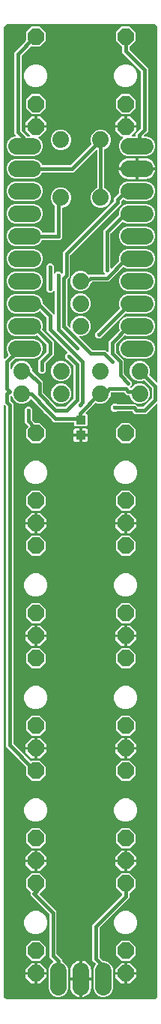
<source format=gtl>
G04 EAGLE Gerber RS-274X export*
G75*
%MOMM*%
%FSLAX34Y34*%
%LPD*%
%INTop Copper*%
%IPPOS*%
%AMOC8*
5,1,8,0,0,1.08239X$1,22.5*%
G01*
%ADD10P,1.979475X8X202.500000*%
%ADD11C,1.879600*%
%ADD12C,1.828800*%
%ADD13R,1.100000X1.000000*%
%ADD14C,0.406400*%
%ADD15C,0.452400*%

G36*
X184181Y90906D02*
X184181Y90906D01*
X184249Y90907D01*
X185178Y91029D01*
X185241Y91048D01*
X185306Y91058D01*
X185382Y91091D01*
X185413Y91101D01*
X185429Y91112D01*
X185459Y91125D01*
X187068Y92054D01*
X187156Y92126D01*
X187247Y92197D01*
X187253Y92205D01*
X187258Y92209D01*
X187270Y92228D01*
X187346Y92332D01*
X188275Y93941D01*
X188298Y94002D01*
X188330Y94059D01*
X188350Y94140D01*
X188362Y94171D01*
X188363Y94190D01*
X188371Y94222D01*
X188493Y95151D01*
X188492Y95182D01*
X188499Y95250D01*
X188499Y763081D01*
X188488Y763152D01*
X188486Y763224D01*
X188468Y763272D01*
X188460Y763324D01*
X188426Y763387D01*
X188401Y763455D01*
X188369Y763495D01*
X188344Y763541D01*
X188292Y763591D01*
X188248Y763647D01*
X188204Y763675D01*
X188166Y763711D01*
X188101Y763741D01*
X188041Y763780D01*
X187990Y763792D01*
X187943Y763814D01*
X187872Y763822D01*
X187802Y763840D01*
X187750Y763836D01*
X187699Y763841D01*
X187628Y763826D01*
X187557Y763820D01*
X187509Y763800D01*
X187458Y763789D01*
X187397Y763752D01*
X187331Y763724D01*
X187275Y763679D01*
X187247Y763663D01*
X187232Y763645D01*
X187200Y763619D01*
X175420Y751839D01*
X162908Y751839D01*
X160083Y754664D01*
X160009Y754717D01*
X159940Y754777D01*
X159910Y754789D01*
X159884Y754808D01*
X159797Y754835D01*
X159712Y754869D01*
X159671Y754873D01*
X159648Y754880D01*
X159616Y754879D01*
X159545Y754887D01*
X142532Y754887D01*
X142442Y754873D01*
X142351Y754865D01*
X142321Y754853D01*
X142290Y754848D01*
X142209Y754805D01*
X142125Y754769D01*
X142093Y754743D01*
X142072Y754732D01*
X142050Y754709D01*
X141994Y754664D01*
X141987Y754657D01*
X138429Y754657D01*
X135913Y757173D01*
X135913Y760731D01*
X138429Y763247D01*
X141987Y763247D01*
X141994Y763240D01*
X142068Y763187D01*
X142137Y763127D01*
X142168Y763115D01*
X142194Y763096D01*
X142281Y763069D01*
X142366Y763035D01*
X142406Y763031D01*
X142429Y763024D01*
X142461Y763025D01*
X142532Y763017D01*
X162784Y763017D01*
X162880Y763032D01*
X162977Y763042D01*
X163001Y763052D01*
X163027Y763056D01*
X163113Y763102D01*
X163202Y763142D01*
X163221Y763159D01*
X163244Y763172D01*
X163311Y763242D01*
X163319Y763250D01*
X163333Y763157D01*
X163340Y763060D01*
X163350Y763036D01*
X163354Y763010D01*
X163399Y762923D01*
X163437Y762834D01*
X163457Y762808D01*
X163466Y762791D01*
X163489Y762768D01*
X163541Y762703D01*
X166053Y760192D01*
X166127Y760139D01*
X166196Y760079D01*
X166226Y760067D01*
X166252Y760048D01*
X166340Y760021D01*
X166424Y759987D01*
X166465Y759983D01*
X166488Y759976D01*
X166520Y759977D01*
X166591Y759969D01*
X171737Y759969D01*
X171827Y759983D01*
X171918Y759991D01*
X171948Y760003D01*
X171980Y760008D01*
X172060Y760051D01*
X172144Y760087D01*
X172176Y760113D01*
X172197Y760124D01*
X172219Y760147D01*
X172275Y760192D01*
X181640Y769557D01*
X181693Y769631D01*
X181753Y769700D01*
X181765Y769730D01*
X181784Y769756D01*
X181811Y769843D01*
X181845Y769928D01*
X181849Y769969D01*
X181856Y769992D01*
X181855Y770024D01*
X181863Y770095D01*
X181863Y781337D01*
X181849Y781427D01*
X181841Y781518D01*
X181829Y781548D01*
X181824Y781580D01*
X181781Y781660D01*
X181745Y781744D01*
X181719Y781776D01*
X181708Y781797D01*
X181685Y781819D01*
X181673Y781835D01*
X181666Y781845D01*
X181660Y781851D01*
X181640Y781875D01*
X173947Y789568D01*
X173852Y789637D01*
X173759Y789706D01*
X173753Y789708D01*
X173748Y789712D01*
X173636Y789746D01*
X173525Y789782D01*
X173518Y789782D01*
X173512Y789784D01*
X173396Y789781D01*
X173279Y789780D01*
X173272Y789778D01*
X173267Y789778D01*
X173249Y789772D01*
X173118Y789733D01*
X170549Y788669D01*
X166001Y788669D01*
X161800Y790410D01*
X158585Y793625D01*
X156844Y797826D01*
X156844Y802374D01*
X158585Y806575D01*
X161800Y809790D01*
X166001Y811531D01*
X170549Y811531D01*
X174750Y809790D01*
X177965Y806575D01*
X179706Y802374D01*
X179706Y797826D01*
X179162Y796515D01*
X179136Y796401D01*
X179107Y796287D01*
X179108Y796281D01*
X179106Y796275D01*
X179117Y796159D01*
X179126Y796042D01*
X179129Y796037D01*
X179129Y796030D01*
X179177Y795923D01*
X179223Y795816D01*
X179227Y795810D01*
X179229Y795806D01*
X179242Y795792D01*
X179327Y795685D01*
X187200Y787813D01*
X187258Y787771D01*
X187310Y787721D01*
X187357Y787699D01*
X187399Y787669D01*
X187468Y787648D01*
X187533Y787618D01*
X187585Y787612D01*
X187635Y787597D01*
X187706Y787599D01*
X187777Y787591D01*
X187828Y787602D01*
X187880Y787603D01*
X187948Y787628D01*
X188018Y787643D01*
X188063Y787670D01*
X188111Y787688D01*
X188167Y787732D01*
X188229Y787769D01*
X188263Y787809D01*
X188303Y787841D01*
X188342Y787902D01*
X188389Y787956D01*
X188408Y788004D01*
X188436Y788048D01*
X188454Y788118D01*
X188481Y788184D01*
X188489Y788256D01*
X188497Y788287D01*
X188495Y788310D01*
X188499Y788351D01*
X188499Y1187450D01*
X188494Y1187481D01*
X188493Y1187549D01*
X188371Y1188478D01*
X188352Y1188541D01*
X188342Y1188606D01*
X188309Y1188682D01*
X188299Y1188713D01*
X188288Y1188729D01*
X188275Y1188759D01*
X187346Y1190368D01*
X187274Y1190456D01*
X187203Y1190547D01*
X187195Y1190553D01*
X187191Y1190558D01*
X187172Y1190570D01*
X187068Y1190646D01*
X185459Y1191575D01*
X185398Y1191598D01*
X185341Y1191630D01*
X185260Y1191650D01*
X185229Y1191662D01*
X185210Y1191663D01*
X185178Y1191671D01*
X184249Y1191793D01*
X184218Y1191792D01*
X184150Y1191799D01*
X19050Y1191799D01*
X19019Y1191794D01*
X18951Y1191793D01*
X18022Y1191671D01*
X17959Y1191652D01*
X17894Y1191642D01*
X17818Y1191609D01*
X17787Y1191599D01*
X17771Y1191588D01*
X17741Y1191575D01*
X16132Y1190646D01*
X16044Y1190574D01*
X15953Y1190503D01*
X15947Y1190495D01*
X15942Y1190491D01*
X15930Y1190472D01*
X15854Y1190368D01*
X14925Y1188759D01*
X14902Y1188698D01*
X14870Y1188641D01*
X14850Y1188560D01*
X14838Y1188529D01*
X14837Y1188510D01*
X14829Y1188478D01*
X14707Y1187549D01*
X14708Y1187518D01*
X14701Y1187450D01*
X14701Y814767D01*
X14712Y814696D01*
X14714Y814624D01*
X14732Y814575D01*
X14740Y814524D01*
X14774Y814461D01*
X14799Y814393D01*
X14831Y814353D01*
X14856Y814307D01*
X14907Y814257D01*
X14952Y814201D01*
X14996Y814173D01*
X15034Y814137D01*
X15099Y814107D01*
X15159Y814068D01*
X15210Y814056D01*
X15257Y814034D01*
X15328Y814026D01*
X15398Y814008D01*
X15450Y814012D01*
X15501Y814007D01*
X15572Y814022D01*
X15643Y814028D01*
X15691Y814048D01*
X15742Y814059D01*
X15803Y814096D01*
X15869Y814124D01*
X15925Y814169D01*
X15953Y814185D01*
X15968Y814203D01*
X16000Y814229D01*
X19672Y817901D01*
X19684Y817917D01*
X19700Y817929D01*
X19756Y818017D01*
X19816Y818101D01*
X19822Y818120D01*
X19833Y818136D01*
X19858Y818237D01*
X19888Y818336D01*
X19888Y818356D01*
X19893Y818375D01*
X19885Y818478D01*
X19882Y818581D01*
X19875Y818600D01*
X19874Y818620D01*
X19833Y818715D01*
X19797Y818812D01*
X19785Y818828D01*
X19777Y818846D01*
X19672Y818977D01*
X19481Y819169D01*
X17779Y823277D01*
X17779Y827723D01*
X19481Y831831D01*
X22625Y834975D01*
X26733Y836677D01*
X49467Y836677D01*
X53575Y834975D01*
X56719Y831831D01*
X58421Y827723D01*
X58421Y823277D01*
X56719Y819169D01*
X53575Y816025D01*
X49467Y814323D01*
X27907Y814323D01*
X27817Y814309D01*
X27726Y814301D01*
X27696Y814289D01*
X27664Y814284D01*
X27584Y814241D01*
X27500Y814205D01*
X27468Y814179D01*
X27447Y814168D01*
X27425Y814145D01*
X27369Y814100D01*
X22576Y809307D01*
X22523Y809233D01*
X22463Y809164D01*
X22451Y809134D01*
X22432Y809108D01*
X22405Y809021D01*
X22395Y808996D01*
X22381Y808964D01*
X22380Y808958D01*
X22371Y808936D01*
X22367Y808895D01*
X22360Y808872D01*
X22361Y808840D01*
X22353Y808769D01*
X22353Y803445D01*
X22368Y803349D01*
X22378Y803252D01*
X22388Y803228D01*
X22392Y803202D01*
X22438Y803116D01*
X22478Y803027D01*
X22495Y803008D01*
X22508Y802985D01*
X22578Y802918D01*
X22644Y802846D01*
X22667Y802833D01*
X22686Y802815D01*
X22774Y802774D01*
X22860Y802727D01*
X22885Y802723D01*
X22909Y802712D01*
X23006Y802701D01*
X23102Y802684D01*
X23128Y802687D01*
X23153Y802685D01*
X23249Y802705D01*
X23345Y802719D01*
X23368Y802731D01*
X23394Y802737D01*
X23477Y802787D01*
X23564Y802831D01*
X23583Y802850D01*
X23605Y802863D01*
X23668Y802937D01*
X23736Y803007D01*
X23752Y803035D01*
X23765Y803050D01*
X23777Y803081D01*
X23817Y803154D01*
X25235Y806575D01*
X28450Y809790D01*
X32651Y811531D01*
X37199Y811531D01*
X41400Y809790D01*
X44615Y806575D01*
X46356Y802374D01*
X46356Y800956D01*
X46370Y800866D01*
X46378Y800775D01*
X46390Y800745D01*
X46395Y800713D01*
X46438Y800633D01*
X46474Y800549D01*
X46500Y800517D01*
X46511Y800496D01*
X46534Y800474D01*
X46579Y800418D01*
X58929Y788068D01*
X58929Y776191D01*
X58943Y776101D01*
X58951Y776010D01*
X58963Y775980D01*
X58968Y775948D01*
X59011Y775868D01*
X59047Y775784D01*
X59073Y775752D01*
X59084Y775731D01*
X59107Y775709D01*
X59152Y775653D01*
X74613Y760192D01*
X74687Y760139D01*
X74756Y760079D01*
X74786Y760067D01*
X74812Y760048D01*
X74899Y760021D01*
X74984Y759987D01*
X75025Y759983D01*
X75048Y759976D01*
X75080Y759977D01*
X75151Y759969D01*
X83345Y759969D01*
X83435Y759983D01*
X83526Y759991D01*
X83556Y760003D01*
X83588Y760008D01*
X83668Y760051D01*
X83752Y760087D01*
X83784Y760113D01*
X83805Y760124D01*
X83827Y760147D01*
X83883Y760192D01*
X93248Y769557D01*
X93301Y769631D01*
X93361Y769700D01*
X93373Y769730D01*
X93392Y769756D01*
X93419Y769843D01*
X93453Y769928D01*
X93457Y769969D01*
X93464Y769992D01*
X93463Y770024D01*
X93471Y770095D01*
X93471Y805721D01*
X93468Y805738D01*
X93470Y805754D01*
X93456Y805820D01*
X93449Y805902D01*
X93437Y805932D01*
X93432Y805964D01*
X93420Y805986D01*
X93418Y805994D01*
X93395Y806033D01*
X93389Y806044D01*
X93353Y806128D01*
X93327Y806160D01*
X93316Y806181D01*
X93293Y806203D01*
X93293Y806204D01*
X93292Y806205D01*
X93291Y806206D01*
X93248Y806259D01*
X87161Y812346D01*
X87087Y812399D01*
X87018Y812459D01*
X86988Y812471D01*
X86962Y812490D01*
X86875Y812517D01*
X86790Y812551D01*
X86749Y812555D01*
X86726Y812562D01*
X86694Y812561D01*
X86623Y812569D01*
X86613Y812569D01*
X84097Y815085D01*
X84097Y818643D01*
X86515Y821060D01*
X86526Y821077D01*
X86542Y821089D01*
X86598Y821176D01*
X86658Y821260D01*
X86664Y821279D01*
X86675Y821296D01*
X86700Y821396D01*
X86731Y821495D01*
X86730Y821515D01*
X86735Y821534D01*
X86727Y821637D01*
X86724Y821741D01*
X86717Y821760D01*
X86716Y821780D01*
X86675Y821874D01*
X86640Y821972D01*
X86627Y821988D01*
X86620Y822006D01*
X86515Y822137D01*
X65595Y843056D01*
X62991Y845660D01*
X62991Y860585D01*
X62977Y860675D01*
X62969Y860766D01*
X62957Y860796D01*
X62952Y860828D01*
X62909Y860908D01*
X62873Y860992D01*
X62847Y861024D01*
X62836Y861045D01*
X62813Y861067D01*
X62768Y861123D01*
X55859Y868032D01*
X55843Y868044D01*
X55831Y868060D01*
X55743Y868116D01*
X55660Y868176D01*
X55641Y868182D01*
X55624Y868193D01*
X55523Y868218D01*
X55424Y868248D01*
X55404Y868248D01*
X55385Y868253D01*
X55282Y868245D01*
X55179Y868242D01*
X55160Y868235D01*
X55140Y868234D01*
X55045Y868193D01*
X54948Y868157D01*
X54932Y868145D01*
X54914Y868137D01*
X54783Y868032D01*
X53575Y866825D01*
X49467Y865123D01*
X26733Y865123D01*
X22625Y866825D01*
X19481Y869969D01*
X17779Y874077D01*
X17779Y878523D01*
X19481Y882631D01*
X22625Y885775D01*
X26733Y887477D01*
X49467Y887477D01*
X53575Y885775D01*
X56719Y882631D01*
X58421Y878523D01*
X58421Y877283D01*
X58435Y877193D01*
X58443Y877102D01*
X58455Y877072D01*
X58460Y877040D01*
X58484Y876995D01*
X58485Y876992D01*
X58493Y876979D01*
X58503Y876960D01*
X58539Y876876D01*
X58565Y876844D01*
X58576Y876823D01*
X58599Y876801D01*
X58601Y876798D01*
X58611Y876781D01*
X58622Y876772D01*
X58644Y876745D01*
X59152Y876237D01*
X70836Y864553D01*
X70894Y864511D01*
X70946Y864461D01*
X70964Y864453D01*
X70978Y864441D01*
X71007Y864429D01*
X71035Y864409D01*
X71104Y864388D01*
X71169Y864358D01*
X71191Y864355D01*
X71206Y864349D01*
X71243Y864345D01*
X71271Y864337D01*
X71310Y864338D01*
X71373Y864331D01*
X71374Y864331D01*
X71390Y864333D01*
X71413Y864331D01*
X71464Y864342D01*
X71516Y864343D01*
X71571Y864363D01*
X71617Y864370D01*
X71631Y864378D01*
X71654Y864383D01*
X71699Y864410D01*
X71747Y864428D01*
X71792Y864463D01*
X71834Y864486D01*
X71846Y864498D01*
X71865Y864509D01*
X71899Y864549D01*
X71939Y864581D01*
X71970Y864628D01*
X72004Y864664D01*
X72011Y864680D01*
X72025Y864696D01*
X72044Y864744D01*
X72072Y864788D01*
X72086Y864841D01*
X72107Y864887D01*
X72109Y864905D01*
X72117Y864924D01*
X72125Y864996D01*
X72133Y865027D01*
X72131Y865050D01*
X72135Y865091D01*
X72135Y890232D01*
X72133Y890244D01*
X72134Y890253D01*
X72125Y890297D01*
X72124Y890303D01*
X72122Y890374D01*
X72104Y890423D01*
X72096Y890475D01*
X72062Y890538D01*
X72037Y890605D01*
X72005Y890646D01*
X71980Y890692D01*
X71928Y890741D01*
X71884Y890797D01*
X71840Y890825D01*
X71802Y890861D01*
X71737Y890891D01*
X71677Y890930D01*
X71626Y890943D01*
X71579Y890965D01*
X71508Y890973D01*
X71438Y890990D01*
X71386Y890986D01*
X71335Y890992D01*
X71264Y890977D01*
X71193Y890971D01*
X71145Y890951D01*
X71094Y890940D01*
X71033Y890903D01*
X70967Y890875D01*
X70911Y890830D01*
X70883Y890814D01*
X70868Y890796D01*
X70836Y890770D01*
X68835Y888769D01*
X65277Y888769D01*
X62761Y891285D01*
X62761Y894843D01*
X62768Y894850D01*
X62821Y894924D01*
X62881Y894993D01*
X62893Y895024D01*
X62912Y895050D01*
X62939Y895137D01*
X62973Y895222D01*
X62977Y895262D01*
X62984Y895285D01*
X62983Y895317D01*
X62991Y895388D01*
X62991Y915124D01*
X62977Y915214D01*
X62969Y915305D01*
X62957Y915334D01*
X62952Y915366D01*
X62909Y915447D01*
X62873Y915531D01*
X62847Y915563D01*
X62836Y915584D01*
X62813Y915606D01*
X62768Y915662D01*
X62761Y915669D01*
X62761Y919227D01*
X65277Y921743D01*
X68835Y921743D01*
X71351Y919227D01*
X71351Y915669D01*
X71344Y915662D01*
X71291Y915588D01*
X71231Y915519D01*
X71219Y915488D01*
X71200Y915462D01*
X71173Y915375D01*
X71139Y915290D01*
X71135Y915250D01*
X71128Y915227D01*
X71129Y915195D01*
X71121Y915124D01*
X71121Y911136D01*
X71132Y911065D01*
X71134Y910994D01*
X71152Y910945D01*
X71160Y910893D01*
X71194Y910830D01*
X71219Y910763D01*
X71251Y910722D01*
X71276Y910676D01*
X71328Y910627D01*
X71372Y910571D01*
X71416Y910543D01*
X71454Y910507D01*
X71519Y910477D01*
X71579Y910438D01*
X71630Y910425D01*
X71677Y910403D01*
X71748Y910395D01*
X71818Y910378D01*
X71870Y910382D01*
X71921Y910376D01*
X71992Y910391D01*
X72063Y910397D01*
X72111Y910417D01*
X72162Y910428D01*
X72223Y910465D01*
X72289Y910493D01*
X72345Y910538D01*
X72373Y910554D01*
X72388Y910572D01*
X72420Y910598D01*
X74421Y912599D01*
X77979Y912599D01*
X79980Y910598D01*
X80038Y910556D01*
X80090Y910507D01*
X80137Y910485D01*
X80179Y910454D01*
X80248Y910433D01*
X80313Y910403D01*
X80365Y910397D01*
X80415Y910382D01*
X80486Y910384D01*
X80557Y910376D01*
X80608Y910387D01*
X80660Y910388D01*
X80728Y910413D01*
X80798Y910428D01*
X80843Y910455D01*
X80891Y910473D01*
X80947Y910518D01*
X81009Y910554D01*
X81043Y910594D01*
X81083Y910627D01*
X81122Y910687D01*
X81169Y910741D01*
X81188Y910790D01*
X81216Y910833D01*
X81234Y910903D01*
X81261Y910969D01*
X81269Y911041D01*
X81277Y911072D01*
X81275Y911095D01*
X81279Y911136D01*
X81279Y934372D01*
X138968Y992061D01*
X139021Y992135D01*
X139081Y992204D01*
X139093Y992234D01*
X139112Y992260D01*
X139139Y992347D01*
X139173Y992432D01*
X139177Y992473D01*
X139184Y992496D01*
X139183Y992528D01*
X139191Y992599D01*
X139191Y995332D01*
X144556Y1000697D01*
X144609Y1000771D01*
X144669Y1000840D01*
X144681Y1000870D01*
X144700Y1000896D01*
X144727Y1000983D01*
X144761Y1001068D01*
X144765Y1001109D01*
X144772Y1001132D01*
X144771Y1001164D01*
X144779Y1001235D01*
X144779Y1005523D01*
X146481Y1009631D01*
X149625Y1012775D01*
X153733Y1014477D01*
X176467Y1014477D01*
X180575Y1012775D01*
X183719Y1009631D01*
X185421Y1005523D01*
X185421Y1001077D01*
X183719Y996969D01*
X180575Y993825D01*
X176467Y992123D01*
X153733Y992123D01*
X149781Y993760D01*
X149668Y993787D01*
X149554Y993815D01*
X149548Y993815D01*
X149542Y993816D01*
X149425Y993805D01*
X149309Y993796D01*
X149303Y993794D01*
X149297Y993793D01*
X149190Y993746D01*
X149082Y993700D01*
X149077Y993695D01*
X149072Y993693D01*
X149058Y993681D01*
X148951Y993595D01*
X147544Y992187D01*
X147491Y992113D01*
X147431Y992044D01*
X147419Y992014D01*
X147400Y991988D01*
X147373Y991900D01*
X147339Y991816D01*
X147335Y991775D01*
X147328Y991752D01*
X147329Y991720D01*
X147321Y991649D01*
X147321Y988916D01*
X89632Y931227D01*
X89579Y931153D01*
X89519Y931084D01*
X89507Y931054D01*
X89488Y931028D01*
X89461Y930941D01*
X89427Y930856D01*
X89423Y930815D01*
X89416Y930792D01*
X89417Y930760D01*
X89409Y930689D01*
X89409Y906620D01*
X86805Y904016D01*
X86584Y903795D01*
X86531Y903721D01*
X86471Y903652D01*
X86459Y903622D01*
X86440Y903596D01*
X86413Y903509D01*
X86379Y903424D01*
X86375Y903383D01*
X86368Y903361D01*
X86369Y903328D01*
X86361Y903257D01*
X86361Y852391D01*
X86375Y852301D01*
X86383Y852210D01*
X86395Y852180D01*
X86400Y852148D01*
X86443Y852068D01*
X86479Y851984D01*
X86505Y851951D01*
X86516Y851931D01*
X86539Y851909D01*
X86584Y851853D01*
X88870Y849567D01*
X88928Y849525D01*
X88980Y849475D01*
X89027Y849453D01*
X89069Y849423D01*
X89138Y849402D01*
X89203Y849372D01*
X89255Y849366D01*
X89305Y849351D01*
X89376Y849353D01*
X89447Y849345D01*
X89498Y849356D01*
X89550Y849357D01*
X89618Y849382D01*
X89688Y849397D01*
X89733Y849424D01*
X89781Y849442D01*
X89837Y849486D01*
X89899Y849523D01*
X89933Y849563D01*
X89973Y849595D01*
X90012Y849656D01*
X90059Y849710D01*
X90078Y849758D01*
X90106Y849802D01*
X90124Y849872D01*
X90151Y849938D01*
X90159Y850010D01*
X90167Y850041D01*
X90165Y850064D01*
X90169Y850105D01*
X90169Y853174D01*
X91910Y857375D01*
X95125Y860590D01*
X99326Y862331D01*
X103874Y862331D01*
X108075Y860590D01*
X111290Y857375D01*
X113031Y853174D01*
X113031Y848626D01*
X111290Y844425D01*
X108075Y841210D01*
X103874Y839469D01*
X100805Y839469D01*
X100734Y839458D01*
X100662Y839456D01*
X100614Y839438D01*
X100562Y839430D01*
X100499Y839396D01*
X100431Y839371D01*
X100391Y839339D01*
X100345Y839314D01*
X100295Y839262D01*
X100239Y839218D01*
X100211Y839174D01*
X100175Y839136D01*
X100145Y839071D01*
X100106Y839011D01*
X100094Y838960D01*
X100072Y838913D01*
X100064Y838842D01*
X100046Y838772D01*
X100050Y838720D01*
X100045Y838669D01*
X100060Y838598D01*
X100066Y838527D01*
X100086Y838479D01*
X100097Y838428D01*
X100134Y838367D01*
X100162Y838301D01*
X100207Y838245D01*
X100223Y838217D01*
X100241Y838202D01*
X100267Y838170D01*
X114237Y824200D01*
X114311Y824147D01*
X114380Y824087D01*
X114410Y824075D01*
X114436Y824056D01*
X114523Y824029D01*
X114608Y823995D01*
X114649Y823991D01*
X114672Y823984D01*
X114704Y823985D01*
X114775Y823977D01*
X129700Y823977D01*
X131796Y821881D01*
X131854Y821839D01*
X131906Y821789D01*
X131953Y821767D01*
X131995Y821737D01*
X132064Y821716D01*
X132129Y821686D01*
X132181Y821680D01*
X132231Y821665D01*
X132302Y821667D01*
X132373Y821659D01*
X132424Y821670D01*
X132476Y821671D01*
X132544Y821696D01*
X132614Y821711D01*
X132659Y821738D01*
X132707Y821756D01*
X132763Y821800D01*
X132825Y821837D01*
X132859Y821877D01*
X132899Y821909D01*
X132938Y821970D01*
X132985Y822024D01*
X133004Y822072D01*
X133032Y822116D01*
X133050Y822186D01*
X133077Y822252D01*
X133085Y822324D01*
X133093Y822355D01*
X133091Y822378D01*
X133095Y822419D01*
X133095Y833788D01*
X145358Y846051D01*
X145426Y846145D01*
X145496Y846239D01*
X145498Y846245D01*
X145502Y846251D01*
X145536Y846361D01*
X145572Y846473D01*
X145572Y846480D01*
X145574Y846486D01*
X145571Y846602D01*
X145570Y846719D01*
X145568Y846726D01*
X145568Y846731D01*
X145561Y846749D01*
X145523Y846880D01*
X144779Y848677D01*
X144779Y853123D01*
X146481Y857231D01*
X149625Y860375D01*
X153733Y862077D01*
X176467Y862077D01*
X180575Y860375D01*
X183719Y857231D01*
X185421Y853123D01*
X185421Y848677D01*
X183719Y844569D01*
X180575Y841425D01*
X176467Y839723D01*
X153733Y839723D01*
X151936Y840467D01*
X151823Y840494D01*
X151709Y840523D01*
X151703Y840522D01*
X151697Y840524D01*
X151580Y840513D01*
X151464Y840503D01*
X151458Y840501D01*
X151452Y840500D01*
X151344Y840453D01*
X151238Y840407D01*
X151232Y840403D01*
X151227Y840400D01*
X151214Y840388D01*
X151107Y840302D01*
X141448Y830643D01*
X141395Y830569D01*
X141335Y830500D01*
X141323Y830470D01*
X141304Y830444D01*
X141277Y830357D01*
X141243Y830272D01*
X141239Y830231D01*
X141232Y830208D01*
X141233Y830176D01*
X141225Y830105D01*
X141225Y821911D01*
X141239Y821821D01*
X141247Y821730D01*
X141259Y821700D01*
X141264Y821668D01*
X141307Y821588D01*
X141343Y821504D01*
X141369Y821472D01*
X141380Y821451D01*
X141403Y821429D01*
X141448Y821373D01*
X150369Y812452D01*
X150369Y797527D01*
X150383Y797437D01*
X150391Y797346D01*
X150403Y797316D01*
X150408Y797284D01*
X150451Y797204D01*
X150487Y797120D01*
X150513Y797088D01*
X150524Y797067D01*
X150547Y797045D01*
X150592Y796989D01*
X156679Y790902D01*
X156753Y790849D01*
X156822Y790789D01*
X156852Y790777D01*
X156878Y790758D01*
X156965Y790731D01*
X157050Y790697D01*
X157091Y790693D01*
X157114Y790686D01*
X157146Y790687D01*
X157217Y790679D01*
X157227Y790679D01*
X159743Y788163D01*
X159743Y784605D01*
X157742Y782604D01*
X157700Y782546D01*
X157651Y782494D01*
X157629Y782447D01*
X157598Y782405D01*
X157577Y782336D01*
X157547Y782271D01*
X157541Y782219D01*
X157526Y782169D01*
X157528Y782098D01*
X157520Y782027D01*
X157531Y781976D01*
X157532Y781924D01*
X157557Y781856D01*
X157572Y781786D01*
X157599Y781741D01*
X157617Y781693D01*
X157662Y781637D01*
X157698Y781575D01*
X157738Y781541D01*
X157771Y781501D01*
X157831Y781462D01*
X157885Y781415D01*
X157934Y781396D01*
X157977Y781368D01*
X158047Y781350D01*
X158113Y781323D01*
X158185Y781315D01*
X158216Y781307D01*
X158239Y781309D01*
X158280Y781305D01*
X158399Y781305D01*
X158489Y781319D01*
X158580Y781327D01*
X158610Y781339D01*
X158642Y781344D01*
X158722Y781387D01*
X158806Y781423D01*
X158838Y781449D01*
X158859Y781460D01*
X158881Y781483D01*
X158937Y781528D01*
X161800Y784390D01*
X166001Y786131D01*
X170549Y786131D01*
X174750Y784390D01*
X177965Y781175D01*
X179706Y776974D01*
X179706Y772426D01*
X177965Y768225D01*
X174750Y765010D01*
X170549Y763269D01*
X166001Y763269D01*
X164371Y763945D01*
X164276Y763967D01*
X164183Y763995D01*
X164157Y763995D01*
X164132Y764001D01*
X164035Y763992D01*
X163937Y763989D01*
X163913Y763980D01*
X163887Y763978D01*
X163798Y763938D01*
X163706Y763905D01*
X163686Y763888D01*
X163662Y763878D01*
X163590Y763812D01*
X163544Y763775D01*
X163541Y763792D01*
X163544Y763817D01*
X163523Y763913D01*
X163509Y764009D01*
X163497Y764032D01*
X163492Y764058D01*
X163442Y764141D01*
X163398Y764228D01*
X163379Y764247D01*
X163366Y764269D01*
X163292Y764332D01*
X163222Y764400D01*
X163194Y764416D01*
X163179Y764429D01*
X163148Y764441D01*
X163075Y764481D01*
X161800Y765010D01*
X158585Y768225D01*
X156841Y772434D01*
X156843Y772453D01*
X156821Y772555D01*
X156805Y772657D01*
X156795Y772674D01*
X156791Y772694D01*
X156738Y772783D01*
X156689Y772874D01*
X156675Y772888D01*
X156665Y772905D01*
X156586Y772972D01*
X156511Y773044D01*
X156493Y773052D01*
X156478Y773065D01*
X156382Y773104D01*
X156288Y773147D01*
X156268Y773149D01*
X156250Y773157D01*
X156083Y773175D01*
X153764Y773175D01*
X150939Y776000D01*
X150865Y776053D01*
X150796Y776113D01*
X150766Y776125D01*
X150740Y776144D01*
X150653Y776171D01*
X150568Y776205D01*
X150527Y776209D01*
X150504Y776216D01*
X150472Y776215D01*
X150401Y776223D01*
X136111Y776223D01*
X136021Y776209D01*
X135930Y776201D01*
X135900Y776189D01*
X135868Y776184D01*
X135788Y776141D01*
X135704Y776105D01*
X135671Y776079D01*
X135651Y776068D01*
X135629Y776045D01*
X135573Y776000D01*
X135479Y775906D01*
X135426Y775832D01*
X135366Y775763D01*
X135354Y775733D01*
X135335Y775707D01*
X135308Y775620D01*
X135274Y775535D01*
X135270Y775494D01*
X135263Y775472D01*
X135264Y775440D01*
X135256Y775368D01*
X135256Y772426D01*
X133515Y768225D01*
X130300Y765010D01*
X126099Y763269D01*
X121551Y763269D01*
X118623Y764482D01*
X118510Y764509D01*
X118396Y764537D01*
X118390Y764537D01*
X118384Y764538D01*
X118267Y764527D01*
X118151Y764518D01*
X118145Y764516D01*
X118139Y764515D01*
X118031Y764467D01*
X117924Y764422D01*
X117919Y764417D01*
X117914Y764415D01*
X117900Y764403D01*
X117794Y764317D01*
X106909Y753432D01*
X106867Y753374D01*
X106817Y753322D01*
X106795Y753275D01*
X106765Y753233D01*
X106744Y753164D01*
X106714Y753099D01*
X106708Y753047D01*
X106693Y752997D01*
X106695Y752926D01*
X106687Y752855D01*
X106698Y752804D01*
X106699Y752752D01*
X106724Y752684D01*
X106739Y752614D01*
X106766Y752570D01*
X106784Y752521D01*
X106828Y752465D01*
X106865Y752403D01*
X106905Y752369D01*
X106937Y752329D01*
X106998Y752290D01*
X107052Y752243D01*
X107100Y752224D01*
X107144Y752196D01*
X107214Y752178D01*
X107280Y752151D01*
X107352Y752143D01*
X107383Y752135D01*
X107406Y752137D01*
X107447Y752133D01*
X107942Y752133D01*
X109133Y750942D01*
X109133Y739258D01*
X107942Y738067D01*
X95258Y738067D01*
X94067Y739258D01*
X94067Y741934D01*
X94064Y741954D01*
X94066Y741973D01*
X94044Y742075D01*
X94028Y742177D01*
X94018Y742194D01*
X94014Y742214D01*
X93961Y742303D01*
X93912Y742394D01*
X93898Y742408D01*
X93888Y742425D01*
X93809Y742492D01*
X93734Y742564D01*
X93716Y742572D01*
X93701Y742585D01*
X93605Y742624D01*
X93511Y742667D01*
X93491Y742669D01*
X93473Y742677D01*
X93306Y742695D01*
X71468Y742695D01*
X68864Y745299D01*
X62777Y751386D01*
X62703Y751439D01*
X62634Y751499D01*
X62604Y751511D01*
X62578Y751530D01*
X62491Y751557D01*
X62406Y751591D01*
X62365Y751595D01*
X62343Y751602D01*
X62310Y751601D01*
X62239Y751609D01*
X62229Y751609D01*
X59713Y754125D01*
X59713Y754135D01*
X59699Y754225D01*
X59691Y754316D01*
X59679Y754346D01*
X59674Y754378D01*
X59631Y754458D01*
X59595Y754542D01*
X59569Y754574D01*
X59558Y754595D01*
X59535Y754617D01*
X59490Y754673D01*
X45809Y768355D01*
X45771Y768382D01*
X45740Y768416D01*
X45672Y768453D01*
X45609Y768499D01*
X45565Y768512D01*
X45524Y768534D01*
X45448Y768548D01*
X45374Y768571D01*
X45327Y768570D01*
X45282Y768578D01*
X45205Y768567D01*
X45128Y768565D01*
X45084Y768549D01*
X45039Y768542D01*
X44970Y768507D01*
X44897Y768480D01*
X44861Y768451D01*
X44819Y768430D01*
X44765Y768375D01*
X44705Y768326D01*
X44683Y768293D01*
X41400Y765010D01*
X37199Y763269D01*
X32651Y763269D01*
X28450Y765010D01*
X25235Y768225D01*
X23817Y771646D01*
X23766Y771729D01*
X23720Y771815D01*
X23701Y771833D01*
X23688Y771856D01*
X23613Y771918D01*
X23542Y771985D01*
X23518Y771996D01*
X23498Y772012D01*
X23407Y772047D01*
X23319Y772088D01*
X23293Y772091D01*
X23269Y772101D01*
X23171Y772105D01*
X23075Y772115D01*
X23049Y772110D01*
X23023Y772111D01*
X22929Y772084D01*
X22834Y772063D01*
X22812Y772050D01*
X22787Y772042D01*
X22707Y771987D01*
X22623Y771937D01*
X22606Y771917D01*
X22585Y771902D01*
X22526Y771824D01*
X22463Y771750D01*
X22453Y771726D01*
X22438Y771705D01*
X22408Y771612D01*
X22371Y771522D01*
X22368Y771489D01*
X22362Y771471D01*
X22362Y771438D01*
X22353Y771355D01*
X22353Y767047D01*
X22367Y766957D01*
X22375Y766866D01*
X22387Y766836D01*
X22392Y766804D01*
X22435Y766724D01*
X22471Y766640D01*
X22497Y766608D01*
X22508Y766587D01*
X22531Y766565D01*
X22576Y766509D01*
X25401Y763684D01*
X25401Y379951D01*
X25415Y379861D01*
X25423Y379770D01*
X25435Y379740D01*
X25440Y379708D01*
X25483Y379628D01*
X25519Y379544D01*
X25545Y379512D01*
X25556Y379491D01*
X25579Y379469D01*
X25624Y379413D01*
X44852Y360185D01*
X44868Y360173D01*
X44880Y360157D01*
X44968Y360101D01*
X45052Y360041D01*
X45071Y360035D01*
X45087Y360024D01*
X45188Y359999D01*
X45287Y359969D01*
X45307Y359969D01*
X45326Y359964D01*
X45429Y359972D01*
X45533Y359975D01*
X45551Y359982D01*
X45571Y359983D01*
X45666Y360024D01*
X45764Y360060D01*
X45779Y360072D01*
X45797Y360080D01*
X45928Y360185D01*
X46170Y360427D01*
X55430Y360427D01*
X61977Y353880D01*
X61977Y344620D01*
X55430Y338073D01*
X46170Y338073D01*
X39623Y344620D01*
X39623Y353601D01*
X39609Y353691D01*
X39601Y353782D01*
X39589Y353812D01*
X39584Y353844D01*
X39541Y353924D01*
X39505Y354008D01*
X39479Y354040D01*
X39468Y354061D01*
X39445Y354083D01*
X39400Y354139D01*
X17271Y376268D01*
X17271Y760001D01*
X17257Y760091D01*
X17249Y760182D01*
X17237Y760212D01*
X17232Y760244D01*
X17189Y760324D01*
X17153Y760408D01*
X17127Y760440D01*
X17116Y760461D01*
X17093Y760483D01*
X17048Y760539D01*
X16827Y760760D01*
X16000Y761587D01*
X15942Y761629D01*
X15890Y761679D01*
X15843Y761701D01*
X15801Y761731D01*
X15732Y761752D01*
X15667Y761782D01*
X15615Y761788D01*
X15565Y761803D01*
X15494Y761801D01*
X15423Y761809D01*
X15372Y761798D01*
X15320Y761797D01*
X15252Y761772D01*
X15182Y761757D01*
X15137Y761730D01*
X15089Y761712D01*
X15033Y761668D01*
X14971Y761631D01*
X14937Y761591D01*
X14897Y761559D01*
X14858Y761498D01*
X14811Y761444D01*
X14792Y761396D01*
X14764Y761352D01*
X14746Y761282D01*
X14719Y761216D01*
X14711Y761145D01*
X14703Y761113D01*
X14705Y761090D01*
X14701Y761049D01*
X14701Y95250D01*
X14706Y95219D01*
X14707Y95151D01*
X14829Y94222D01*
X14848Y94159D01*
X14858Y94094D01*
X14891Y94018D01*
X14901Y93987D01*
X14912Y93971D01*
X14925Y93941D01*
X15854Y92332D01*
X15926Y92243D01*
X15997Y92153D01*
X16005Y92147D01*
X16009Y92142D01*
X16028Y92130D01*
X16132Y92054D01*
X17741Y91125D01*
X17802Y91102D01*
X17859Y91070D01*
X17940Y91050D01*
X17971Y91038D01*
X17990Y91037D01*
X18022Y91029D01*
X18951Y90907D01*
X18982Y90908D01*
X19050Y90901D01*
X184150Y90901D01*
X184181Y90906D01*
G37*
%LPC*%
G36*
X99326Y890269D02*
X99326Y890269D01*
X95125Y892010D01*
X91910Y895225D01*
X90169Y899426D01*
X90169Y903974D01*
X91910Y908175D01*
X95125Y911390D01*
X99326Y913131D01*
X103874Y913131D01*
X108075Y911390D01*
X110080Y909385D01*
X110096Y909374D01*
X110109Y909358D01*
X110196Y909302D01*
X110280Y909242D01*
X110299Y909236D01*
X110316Y909225D01*
X110416Y909200D01*
X110515Y909169D01*
X110535Y909170D01*
X110554Y909165D01*
X110657Y909173D01*
X110761Y909176D01*
X110780Y909183D01*
X110800Y909184D01*
X110895Y909225D01*
X110992Y909260D01*
X111008Y909273D01*
X111026Y909280D01*
X111076Y909321D01*
X128232Y909321D01*
X128303Y909332D01*
X128374Y909334D01*
X128423Y909352D01*
X128475Y909360D01*
X128538Y909394D01*
X128605Y909419D01*
X128646Y909451D01*
X128692Y909476D01*
X128741Y909528D01*
X128797Y909572D01*
X128825Y909616D01*
X128861Y909654D01*
X128891Y909719D01*
X128930Y909779D01*
X128943Y909830D01*
X128965Y909877D01*
X128973Y909948D01*
X128990Y910018D01*
X128986Y910070D01*
X128992Y910121D01*
X128977Y910192D01*
X128971Y910263D01*
X128951Y910311D01*
X128940Y910362D01*
X128903Y910423D01*
X128875Y910489D01*
X128830Y910545D01*
X128814Y910573D01*
X128796Y910588D01*
X128770Y910620D01*
X126769Y912621D01*
X126769Y916179D01*
X126776Y916186D01*
X126829Y916260D01*
X126889Y916329D01*
X126901Y916360D01*
X126920Y916386D01*
X126947Y916473D01*
X126981Y916558D01*
X126985Y916598D01*
X126992Y916621D01*
X126991Y916653D01*
X126999Y916724D01*
X126999Y958756D01*
X129603Y961360D01*
X144556Y976313D01*
X144609Y976387D01*
X144669Y976456D01*
X144681Y976486D01*
X144700Y976512D01*
X144727Y976599D01*
X144761Y976684D01*
X144765Y976725D01*
X144772Y976747D01*
X144771Y976780D01*
X144779Y976851D01*
X144779Y980123D01*
X146481Y984231D01*
X149625Y987375D01*
X153733Y989077D01*
X176467Y989077D01*
X180575Y987375D01*
X183719Y984231D01*
X185421Y980123D01*
X185421Y975677D01*
X183719Y971569D01*
X180575Y968425D01*
X176467Y966723D01*
X153733Y966723D01*
X149625Y968425D01*
X149433Y968616D01*
X149417Y968628D01*
X149405Y968644D01*
X149318Y968700D01*
X149234Y968760D01*
X149215Y968766D01*
X149198Y968777D01*
X149098Y968802D01*
X148999Y968832D01*
X148979Y968832D01*
X148959Y968837D01*
X148856Y968829D01*
X148753Y968826D01*
X148734Y968819D01*
X148714Y968818D01*
X148619Y968777D01*
X148522Y968741D01*
X148506Y968729D01*
X148488Y968721D01*
X148357Y968616D01*
X135352Y955611D01*
X135299Y955537D01*
X135239Y955468D01*
X135227Y955438D01*
X135208Y955412D01*
X135181Y955325D01*
X135147Y955240D01*
X135143Y955199D01*
X135136Y955176D01*
X135137Y955144D01*
X135129Y955073D01*
X135129Y916907D01*
X135140Y916836D01*
X135142Y916764D01*
X135160Y916715D01*
X135168Y916664D01*
X135202Y916601D01*
X135227Y916533D01*
X135259Y916493D01*
X135284Y916447D01*
X135335Y916397D01*
X135380Y916341D01*
X135424Y916313D01*
X135462Y916277D01*
X135527Y916247D01*
X135587Y916208D01*
X135638Y916196D01*
X135685Y916174D01*
X135756Y916166D01*
X135826Y916148D01*
X135878Y916152D01*
X135929Y916147D01*
X136000Y916162D01*
X136071Y916168D01*
X136119Y916188D01*
X136170Y916199D01*
X136231Y916236D01*
X136297Y916264D01*
X136353Y916309D01*
X136381Y916325D01*
X136396Y916343D01*
X136428Y916369D01*
X144556Y924497D01*
X144609Y924571D01*
X144669Y924640D01*
X144681Y924670D01*
X144700Y924696D01*
X144727Y924783D01*
X144761Y924868D01*
X144765Y924909D01*
X144772Y924931D01*
X144771Y924964D01*
X144779Y925035D01*
X144779Y929323D01*
X146481Y933431D01*
X149625Y936575D01*
X153733Y938277D01*
X176467Y938277D01*
X180575Y936575D01*
X183719Y933431D01*
X185421Y929323D01*
X185421Y924877D01*
X183719Y920769D01*
X180575Y917625D01*
X176467Y915923D01*
X153733Y915923D01*
X149781Y917560D01*
X149668Y917587D01*
X149554Y917615D01*
X149548Y917615D01*
X149542Y917616D01*
X149425Y917605D01*
X149309Y917596D01*
X149303Y917594D01*
X149297Y917593D01*
X149189Y917545D01*
X149082Y917500D01*
X149077Y917495D01*
X149072Y917493D01*
X149058Y917481D01*
X148951Y917395D01*
X135352Y903795D01*
X132748Y901191D01*
X114775Y901191D01*
X114685Y901177D01*
X114594Y901169D01*
X114564Y901157D01*
X114532Y901152D01*
X114452Y901109D01*
X114368Y901073D01*
X114336Y901047D01*
X114315Y901036D01*
X114293Y901013D01*
X114237Y900968D01*
X113254Y899985D01*
X113201Y899911D01*
X113141Y899842D01*
X113129Y899812D01*
X113110Y899786D01*
X113083Y899699D01*
X113049Y899614D01*
X113045Y899573D01*
X113038Y899550D01*
X113039Y899518D01*
X113031Y899447D01*
X113031Y899426D01*
X111290Y895225D01*
X108075Y892010D01*
X103874Y890269D01*
X99326Y890269D01*
G37*
%LPD*%
%LPC*%
G36*
X121932Y984757D02*
X121932Y984757D01*
X117731Y986498D01*
X114516Y989713D01*
X112775Y993914D01*
X112775Y998462D01*
X114516Y1002663D01*
X117731Y1005878D01*
X119671Y1006682D01*
X119771Y1006744D01*
X119871Y1006804D01*
X119875Y1006809D01*
X119880Y1006812D01*
X119955Y1006901D01*
X120031Y1006991D01*
X120033Y1006997D01*
X120037Y1007001D01*
X120079Y1007109D01*
X120123Y1007219D01*
X120124Y1007226D01*
X120125Y1007231D01*
X120126Y1007249D01*
X120141Y1007386D01*
X120141Y1049561D01*
X120130Y1049632D01*
X120128Y1049704D01*
X120110Y1049752D01*
X120102Y1049804D01*
X120068Y1049867D01*
X120043Y1049935D01*
X120011Y1049975D01*
X119986Y1050021D01*
X119934Y1050071D01*
X119890Y1050127D01*
X119846Y1050155D01*
X119808Y1050191D01*
X119743Y1050221D01*
X119683Y1050260D01*
X119632Y1050272D01*
X119585Y1050294D01*
X119514Y1050302D01*
X119444Y1050320D01*
X119392Y1050316D01*
X119341Y1050321D01*
X119270Y1050306D01*
X119199Y1050300D01*
X119151Y1050280D01*
X119100Y1050269D01*
X119039Y1050232D01*
X118973Y1050204D01*
X118917Y1050159D01*
X118889Y1050143D01*
X118874Y1050125D01*
X118842Y1050099D01*
X95982Y1027239D01*
X93378Y1024635D01*
X58167Y1024635D01*
X58052Y1024616D01*
X57936Y1024599D01*
X57930Y1024597D01*
X57924Y1024596D01*
X57821Y1024541D01*
X57716Y1024488D01*
X57712Y1024483D01*
X57706Y1024480D01*
X57627Y1024396D01*
X57544Y1024312D01*
X57541Y1024306D01*
X57537Y1024302D01*
X57529Y1024285D01*
X57463Y1024165D01*
X56719Y1022369D01*
X53575Y1019225D01*
X49467Y1017523D01*
X26733Y1017523D01*
X22625Y1019225D01*
X19481Y1022369D01*
X17779Y1026477D01*
X17779Y1030923D01*
X19481Y1035031D01*
X22625Y1038175D01*
X26733Y1039877D01*
X49467Y1039877D01*
X53575Y1038175D01*
X56719Y1035031D01*
X57463Y1033235D01*
X57525Y1033135D01*
X57585Y1033035D01*
X57590Y1033031D01*
X57593Y1033026D01*
X57683Y1032951D01*
X57772Y1032875D01*
X57778Y1032873D01*
X57782Y1032869D01*
X57891Y1032827D01*
X58000Y1032783D01*
X58007Y1032782D01*
X58012Y1032781D01*
X58030Y1032780D01*
X58167Y1032765D01*
X89695Y1032765D01*
X89785Y1032779D01*
X89876Y1032787D01*
X89906Y1032799D01*
X89938Y1032804D01*
X90018Y1032847D01*
X90102Y1032883D01*
X90134Y1032909D01*
X90155Y1032920D01*
X90177Y1032943D01*
X90233Y1032988D01*
X113414Y1056168D01*
X113481Y1056262D01*
X113552Y1056357D01*
X113554Y1056363D01*
X113557Y1056368D01*
X113592Y1056479D01*
X113628Y1056591D01*
X113628Y1056597D01*
X113630Y1056603D01*
X113627Y1056720D01*
X113626Y1056837D01*
X113624Y1056844D01*
X113623Y1056849D01*
X113617Y1056867D01*
X113579Y1056998D01*
X112775Y1058938D01*
X112775Y1063486D01*
X114516Y1067687D01*
X117731Y1070902D01*
X121932Y1072643D01*
X126480Y1072643D01*
X130681Y1070902D01*
X133896Y1067687D01*
X135637Y1063486D01*
X135637Y1058938D01*
X133896Y1054737D01*
X130681Y1051522D01*
X128741Y1050718D01*
X128641Y1050656D01*
X128541Y1050596D01*
X128537Y1050591D01*
X128532Y1050588D01*
X128457Y1050499D01*
X128381Y1050409D01*
X128379Y1050403D01*
X128375Y1050399D01*
X128333Y1050291D01*
X128289Y1050181D01*
X128288Y1050174D01*
X128287Y1050169D01*
X128286Y1050151D01*
X128271Y1050014D01*
X128271Y1007386D01*
X128290Y1007271D01*
X128307Y1007155D01*
X128309Y1007149D01*
X128310Y1007143D01*
X128365Y1007040D01*
X128418Y1006935D01*
X128423Y1006931D01*
X128426Y1006925D01*
X128510Y1006846D01*
X128594Y1006763D01*
X128600Y1006759D01*
X128604Y1006756D01*
X128621Y1006748D01*
X128741Y1006682D01*
X130681Y1005878D01*
X133896Y1002663D01*
X135637Y998462D01*
X135637Y993914D01*
X133896Y989713D01*
X130681Y986498D01*
X126480Y984757D01*
X121932Y984757D01*
G37*
%LPD*%
%LPC*%
G36*
X153733Y1042923D02*
X153733Y1042923D01*
X149625Y1044625D01*
X146481Y1047769D01*
X144779Y1051877D01*
X144779Y1056323D01*
X146481Y1060431D01*
X149390Y1063341D01*
X149432Y1063399D01*
X149482Y1063451D01*
X149504Y1063498D01*
X149534Y1063540D01*
X149555Y1063609D01*
X149585Y1063674D01*
X149591Y1063726D01*
X149606Y1063776D01*
X149604Y1063847D01*
X149612Y1063918D01*
X149601Y1063969D01*
X149600Y1064021D01*
X149575Y1064089D01*
X149560Y1064159D01*
X149533Y1064204D01*
X149516Y1064252D01*
X149471Y1064308D01*
X149434Y1064370D01*
X149394Y1064404D01*
X149362Y1064444D01*
X149302Y1064483D01*
X149247Y1064530D01*
X149199Y1064549D01*
X149155Y1064577D01*
X149085Y1064595D01*
X149019Y1064622D01*
X148948Y1064630D01*
X148916Y1064638D01*
X148893Y1064636D01*
X148852Y1064640D01*
X147560Y1064640D01*
X140715Y1071485D01*
X140715Y1074802D01*
X151638Y1074802D01*
X151658Y1074805D01*
X151677Y1074803D01*
X151779Y1074825D01*
X151881Y1074842D01*
X151898Y1074851D01*
X151918Y1074855D01*
X152007Y1074908D01*
X152098Y1074957D01*
X152112Y1074971D01*
X152129Y1074981D01*
X152196Y1075060D01*
X152267Y1075135D01*
X152276Y1075153D01*
X152289Y1075168D01*
X152327Y1075264D01*
X152371Y1075358D01*
X152373Y1075378D01*
X152381Y1075396D01*
X152399Y1075563D01*
X152399Y1076326D01*
X152401Y1076326D01*
X152401Y1075563D01*
X152404Y1075543D01*
X152402Y1075524D01*
X152424Y1075422D01*
X152441Y1075320D01*
X152450Y1075303D01*
X152454Y1075283D01*
X152507Y1075194D01*
X152556Y1075103D01*
X152570Y1075089D01*
X152580Y1075072D01*
X152659Y1075005D01*
X152734Y1074934D01*
X152752Y1074925D01*
X152767Y1074912D01*
X152863Y1074873D01*
X152957Y1074830D01*
X152977Y1074828D01*
X152995Y1074820D01*
X153162Y1074802D01*
X164085Y1074802D01*
X164085Y1071485D01*
X159176Y1066576D01*
X159134Y1066518D01*
X159085Y1066466D01*
X159063Y1066419D01*
X159032Y1066377D01*
X159011Y1066308D01*
X158981Y1066243D01*
X158975Y1066191D01*
X158960Y1066141D01*
X158962Y1066070D01*
X158954Y1065999D01*
X158965Y1065948D01*
X158966Y1065896D01*
X158991Y1065828D01*
X159006Y1065758D01*
X159033Y1065713D01*
X159051Y1065665D01*
X159096Y1065609D01*
X159132Y1065547D01*
X159172Y1065513D01*
X159205Y1065473D01*
X159265Y1065434D01*
X159319Y1065387D01*
X159368Y1065368D01*
X159411Y1065340D01*
X159481Y1065322D01*
X159548Y1065295D01*
X159619Y1065287D01*
X159650Y1065279D01*
X159673Y1065281D01*
X159714Y1065277D01*
X162814Y1065277D01*
X162834Y1065280D01*
X162853Y1065278D01*
X162955Y1065300D01*
X163057Y1065316D01*
X163074Y1065326D01*
X163094Y1065330D01*
X163183Y1065383D01*
X163274Y1065432D01*
X163288Y1065446D01*
X163305Y1065456D01*
X163372Y1065535D01*
X163444Y1065610D01*
X163452Y1065628D01*
X163465Y1065643D01*
X163504Y1065739D01*
X163547Y1065833D01*
X163549Y1065853D01*
X163557Y1065871D01*
X163575Y1066038D01*
X163575Y1068484D01*
X169448Y1074357D01*
X169501Y1074431D01*
X169561Y1074500D01*
X169573Y1074530D01*
X169592Y1074556D01*
X169619Y1074643D01*
X169653Y1074728D01*
X169657Y1074769D01*
X169664Y1074792D01*
X169663Y1074824D01*
X169671Y1074895D01*
X169671Y1137953D01*
X169657Y1138043D01*
X169649Y1138134D01*
X169637Y1138164D01*
X169632Y1138196D01*
X169589Y1138276D01*
X169553Y1138360D01*
X169527Y1138392D01*
X169516Y1138413D01*
X169493Y1138435D01*
X169448Y1138491D01*
X148335Y1159604D01*
X148335Y1165987D01*
X148332Y1166007D01*
X148334Y1166026D01*
X148312Y1166128D01*
X148296Y1166230D01*
X148286Y1166247D01*
X148282Y1166267D01*
X148229Y1166356D01*
X148180Y1166447D01*
X148166Y1166461D01*
X148156Y1166478D01*
X148077Y1166545D01*
X148002Y1166617D01*
X147984Y1166625D01*
X147969Y1166638D01*
X147873Y1166677D01*
X147816Y1166703D01*
X141223Y1173295D01*
X141223Y1182555D01*
X147770Y1189102D01*
X157030Y1189102D01*
X163577Y1182555D01*
X163577Y1173295D01*
X156991Y1166710D01*
X156983Y1166709D01*
X156966Y1166699D01*
X156946Y1166695D01*
X156857Y1166642D01*
X156766Y1166593D01*
X156752Y1166579D01*
X156735Y1166569D01*
X156668Y1166490D01*
X156596Y1166415D01*
X156588Y1166397D01*
X156575Y1166382D01*
X156536Y1166286D01*
X156493Y1166192D01*
X156491Y1166172D01*
X156483Y1166154D01*
X156465Y1165987D01*
X156465Y1163287D01*
X156479Y1163197D01*
X156487Y1163106D01*
X156499Y1163076D01*
X156504Y1163044D01*
X156547Y1162964D01*
X156583Y1162880D01*
X156609Y1162848D01*
X156620Y1162827D01*
X156643Y1162805D01*
X156688Y1162749D01*
X177801Y1141636D01*
X177801Y1071212D01*
X175197Y1068608D01*
X173165Y1066576D01*
X173123Y1066518D01*
X173073Y1066466D01*
X173051Y1066419D01*
X173021Y1066377D01*
X173000Y1066308D01*
X172970Y1066243D01*
X172964Y1066191D01*
X172949Y1066141D01*
X172951Y1066070D01*
X172943Y1065999D01*
X172954Y1065948D01*
X172955Y1065896D01*
X172980Y1065828D01*
X172995Y1065758D01*
X173022Y1065713D01*
X173040Y1065665D01*
X173084Y1065609D01*
X173121Y1065547D01*
X173161Y1065513D01*
X173193Y1065473D01*
X173254Y1065434D01*
X173308Y1065387D01*
X173356Y1065368D01*
X173400Y1065340D01*
X173470Y1065322D01*
X173536Y1065295D01*
X173608Y1065287D01*
X173639Y1065279D01*
X173662Y1065281D01*
X173703Y1065277D01*
X176467Y1065277D01*
X180575Y1063575D01*
X183719Y1060431D01*
X185421Y1056323D01*
X185421Y1051877D01*
X183719Y1047769D01*
X180575Y1044625D01*
X176467Y1042923D01*
X153733Y1042923D01*
G37*
%LPD*%
%LPC*%
G36*
X26733Y1042923D02*
X26733Y1042923D01*
X22625Y1044625D01*
X19481Y1047769D01*
X17779Y1051877D01*
X17779Y1056323D01*
X19481Y1060431D01*
X22625Y1063575D01*
X26733Y1065277D01*
X27465Y1065277D01*
X27536Y1065288D01*
X27608Y1065290D01*
X27656Y1065308D01*
X27708Y1065316D01*
X27771Y1065350D01*
X27839Y1065375D01*
X27879Y1065407D01*
X27925Y1065432D01*
X27975Y1065484D01*
X28031Y1065528D01*
X28059Y1065572D01*
X28095Y1065610D01*
X28125Y1065675D01*
X28164Y1065735D01*
X28176Y1065786D01*
X28198Y1065833D01*
X28206Y1065904D01*
X28224Y1065974D01*
X28220Y1066026D01*
X28225Y1066077D01*
X28210Y1066148D01*
X28204Y1066219D01*
X28184Y1066267D01*
X28173Y1066318D01*
X28136Y1066379D01*
X28108Y1066445D01*
X28063Y1066501D01*
X28047Y1066529D01*
X28029Y1066544D01*
X28025Y1066549D01*
X28023Y1066553D01*
X28020Y1066555D01*
X28003Y1066576D01*
X26415Y1068164D01*
X26415Y1159924D01*
X39400Y1172909D01*
X39453Y1172983D01*
X39513Y1173052D01*
X39525Y1173082D01*
X39544Y1173108D01*
X39571Y1173195D01*
X39605Y1173280D01*
X39609Y1173321D01*
X39616Y1173344D01*
X39615Y1173376D01*
X39623Y1173447D01*
X39623Y1182555D01*
X46170Y1189102D01*
X55430Y1189102D01*
X61977Y1182555D01*
X61977Y1173295D01*
X55430Y1166748D01*
X46170Y1166748D01*
X45992Y1166927D01*
X45976Y1166938D01*
X45963Y1166954D01*
X45876Y1167010D01*
X45792Y1167070D01*
X45773Y1167076D01*
X45756Y1167087D01*
X45656Y1167112D01*
X45557Y1167143D01*
X45537Y1167142D01*
X45518Y1167147D01*
X45415Y1167139D01*
X45311Y1167136D01*
X45292Y1167130D01*
X45273Y1167128D01*
X45178Y1167088D01*
X45080Y1167052D01*
X45065Y1167039D01*
X45046Y1167032D01*
X44915Y1166927D01*
X34768Y1156779D01*
X34715Y1156705D01*
X34655Y1156636D01*
X34643Y1156606D01*
X34624Y1156580D01*
X34597Y1156493D01*
X34563Y1156408D01*
X34559Y1156367D01*
X34552Y1156344D01*
X34553Y1156312D01*
X34545Y1156241D01*
X34545Y1071847D01*
X34559Y1071757D01*
X34567Y1071666D01*
X34579Y1071636D01*
X34584Y1071604D01*
X34627Y1071524D01*
X34663Y1071440D01*
X34689Y1071408D01*
X34700Y1071387D01*
X34723Y1071365D01*
X34768Y1071309D01*
X40577Y1065500D01*
X40651Y1065447D01*
X40720Y1065387D01*
X40750Y1065375D01*
X40776Y1065356D01*
X40863Y1065329D01*
X40948Y1065295D01*
X40989Y1065291D01*
X41012Y1065284D01*
X41044Y1065285D01*
X41115Y1065277D01*
X43486Y1065277D01*
X43556Y1065288D01*
X43628Y1065290D01*
X43677Y1065308D01*
X43729Y1065316D01*
X43792Y1065350D01*
X43859Y1065375D01*
X43900Y1065407D01*
X43946Y1065432D01*
X43995Y1065484D01*
X44051Y1065528D01*
X44079Y1065572D01*
X44115Y1065610D01*
X44145Y1065675D01*
X44184Y1065735D01*
X44197Y1065786D01*
X44219Y1065833D01*
X44227Y1065904D01*
X44244Y1065974D01*
X44240Y1066026D01*
X44246Y1066077D01*
X44231Y1066148D01*
X44225Y1066219D01*
X44205Y1066267D01*
X44194Y1066318D01*
X44157Y1066379D01*
X44129Y1066445D01*
X44084Y1066501D01*
X44068Y1066529D01*
X44050Y1066544D01*
X44046Y1066549D01*
X44044Y1066553D01*
X44041Y1066555D01*
X44024Y1066576D01*
X39115Y1071485D01*
X39115Y1074802D01*
X50038Y1074802D01*
X50058Y1074805D01*
X50077Y1074803D01*
X50179Y1074825D01*
X50281Y1074842D01*
X50298Y1074851D01*
X50318Y1074855D01*
X50407Y1074908D01*
X50498Y1074957D01*
X50512Y1074971D01*
X50529Y1074981D01*
X50596Y1075060D01*
X50667Y1075135D01*
X50676Y1075153D01*
X50689Y1075168D01*
X50727Y1075264D01*
X50771Y1075358D01*
X50773Y1075378D01*
X50781Y1075396D01*
X50799Y1075563D01*
X50799Y1076326D01*
X50801Y1076326D01*
X50801Y1075563D01*
X50804Y1075543D01*
X50802Y1075524D01*
X50824Y1075422D01*
X50841Y1075320D01*
X50850Y1075303D01*
X50854Y1075283D01*
X50907Y1075194D01*
X50956Y1075103D01*
X50970Y1075089D01*
X50980Y1075072D01*
X51059Y1075005D01*
X51134Y1074934D01*
X51152Y1074925D01*
X51167Y1074912D01*
X51263Y1074873D01*
X51357Y1074830D01*
X51377Y1074828D01*
X51395Y1074820D01*
X51562Y1074802D01*
X62485Y1074802D01*
X62485Y1071485D01*
X55640Y1064640D01*
X54348Y1064640D01*
X54277Y1064629D01*
X54205Y1064627D01*
X54156Y1064609D01*
X54105Y1064601D01*
X54042Y1064567D01*
X53974Y1064542D01*
X53934Y1064510D01*
X53888Y1064485D01*
X53838Y1064433D01*
X53782Y1064389D01*
X53754Y1064345D01*
X53718Y1064307D01*
X53688Y1064242D01*
X53649Y1064182D01*
X53637Y1064131D01*
X53615Y1064084D01*
X53607Y1064013D01*
X53589Y1063943D01*
X53593Y1063891D01*
X53588Y1063840D01*
X53603Y1063769D01*
X53608Y1063698D01*
X53629Y1063650D01*
X53640Y1063599D01*
X53677Y1063538D01*
X53705Y1063472D01*
X53750Y1063416D01*
X53766Y1063388D01*
X53784Y1063373D01*
X53810Y1063341D01*
X56719Y1060431D01*
X58421Y1056323D01*
X58421Y1051877D01*
X56719Y1047769D01*
X53575Y1044625D01*
X49467Y1042923D01*
X26733Y1042923D01*
G37*
%LPD*%
%LPC*%
G36*
X124777Y93979D02*
X124777Y93979D01*
X120669Y95681D01*
X117525Y98825D01*
X115823Y102933D01*
X115823Y125667D01*
X117525Y129775D01*
X118478Y130729D01*
X118490Y130745D01*
X118506Y130757D01*
X118536Y130804D01*
X118550Y130819D01*
X118561Y130844D01*
X118562Y130844D01*
X118622Y130928D01*
X118628Y130947D01*
X118639Y130964D01*
X118664Y131065D01*
X118694Y131163D01*
X118694Y131183D01*
X118699Y131203D01*
X118691Y131306D01*
X118688Y131409D01*
X118681Y131428D01*
X118680Y131448D01*
X118639Y131543D01*
X118603Y131640D01*
X118591Y131656D01*
X118583Y131674D01*
X118478Y131805D01*
X117411Y132872D01*
X114807Y135476D01*
X114807Y175420D01*
X148112Y208725D01*
X148165Y208799D01*
X148225Y208868D01*
X148237Y208898D01*
X148256Y208924D01*
X148283Y209011D01*
X148317Y209096D01*
X148321Y209137D01*
X148328Y209160D01*
X148327Y209192D01*
X148335Y209263D01*
X148335Y210312D01*
X148332Y210332D01*
X148334Y210351D01*
X148312Y210453D01*
X148296Y210555D01*
X148286Y210572D01*
X148282Y210592D01*
X148229Y210681D01*
X148180Y210772D01*
X148166Y210786D01*
X148156Y210803D01*
X148077Y210870D01*
X148002Y210942D01*
X147984Y210950D01*
X147969Y210963D01*
X147873Y211002D01*
X147816Y211028D01*
X141223Y217620D01*
X141223Y226880D01*
X147770Y233427D01*
X157030Y233427D01*
X163577Y226880D01*
X163577Y217620D01*
X156991Y211035D01*
X156983Y211034D01*
X156966Y211024D01*
X156946Y211020D01*
X156857Y210967D01*
X156766Y210918D01*
X156752Y210904D01*
X156735Y210894D01*
X156668Y210815D01*
X156596Y210740D01*
X156588Y210722D01*
X156575Y210707D01*
X156536Y210611D01*
X156493Y210517D01*
X156491Y210497D01*
X156483Y210479D01*
X156465Y210312D01*
X156465Y205580D01*
X123160Y172275D01*
X123107Y172201D01*
X123047Y172132D01*
X123035Y172102D01*
X123016Y172076D01*
X122989Y171989D01*
X122955Y171904D01*
X122951Y171863D01*
X122944Y171840D01*
X122945Y171808D01*
X122937Y171737D01*
X122937Y139159D01*
X122951Y139069D01*
X122959Y138978D01*
X122971Y138948D01*
X122976Y138916D01*
X123019Y138836D01*
X123055Y138752D01*
X123081Y138720D01*
X123092Y138699D01*
X123115Y138677D01*
X123160Y138621D01*
X126937Y134844D01*
X127011Y134791D01*
X127080Y134731D01*
X127110Y134719D01*
X127136Y134700D01*
X127223Y134673D01*
X127308Y134639D01*
X127349Y134635D01*
X127371Y134628D01*
X127404Y134629D01*
X127475Y134621D01*
X129223Y134621D01*
X133331Y132919D01*
X136475Y129775D01*
X138177Y125667D01*
X138177Y102933D01*
X136475Y98825D01*
X133331Y95681D01*
X129223Y93979D01*
X124777Y93979D01*
G37*
%LPD*%
%LPC*%
G36*
X73977Y93979D02*
X73977Y93979D01*
X69869Y95681D01*
X66725Y98825D01*
X65023Y102933D01*
X65023Y125667D01*
X66725Y129775D01*
X69869Y132919D01*
X70072Y133003D01*
X70111Y133027D01*
X70154Y133043D01*
X70215Y133092D01*
X70281Y133133D01*
X70310Y133168D01*
X70346Y133197D01*
X70388Y133262D01*
X70438Y133322D01*
X70454Y133365D01*
X70479Y133404D01*
X70498Y133479D01*
X70526Y133552D01*
X70528Y133598D01*
X70539Y133642D01*
X70533Y133720D01*
X70536Y133798D01*
X70523Y133842D01*
X70520Y133888D01*
X70489Y133959D01*
X70468Y134034D01*
X70442Y134072D01*
X70424Y134114D01*
X70338Y134221D01*
X70328Y134236D01*
X70323Y134239D01*
X70319Y134245D01*
X68643Y135920D01*
X66039Y138524D01*
X66039Y186977D01*
X66025Y187067D01*
X66017Y187158D01*
X66005Y187188D01*
X66000Y187220D01*
X65957Y187300D01*
X65921Y187384D01*
X65895Y187416D01*
X65884Y187437D01*
X65861Y187459D01*
X65816Y187515D01*
X44703Y208628D01*
X44703Y212225D01*
X44689Y212315D01*
X44681Y212406D01*
X44669Y212436D01*
X44664Y212468D01*
X44621Y212549D01*
X44585Y212632D01*
X44559Y212665D01*
X44548Y212685D01*
X44525Y212707D01*
X44480Y212763D01*
X39623Y217620D01*
X39623Y226880D01*
X46170Y233427D01*
X55430Y233427D01*
X61977Y226880D01*
X61977Y217620D01*
X55398Y211041D01*
X55350Y211034D01*
X55333Y211024D01*
X55313Y211020D01*
X55268Y210993D01*
X55220Y210975D01*
X55179Y210943D01*
X55133Y210918D01*
X55119Y210904D01*
X55102Y210894D01*
X55068Y210854D01*
X55027Y210822D01*
X54999Y210778D01*
X54963Y210740D01*
X54955Y210722D01*
X54942Y210707D01*
X54923Y210658D01*
X54894Y210615D01*
X54882Y210564D01*
X54860Y210517D01*
X54858Y210497D01*
X54850Y210479D01*
X54842Y210407D01*
X54834Y210376D01*
X54836Y210353D01*
X54832Y210312D01*
X54835Y210292D01*
X54833Y210273D01*
X54848Y210202D01*
X54854Y210131D01*
X54866Y210101D01*
X54871Y210069D01*
X54881Y210052D01*
X54885Y210032D01*
X54922Y209971D01*
X54950Y209905D01*
X54976Y209873D01*
X54987Y209852D01*
X55001Y209838D01*
X55011Y209821D01*
X55029Y209806D01*
X55055Y209774D01*
X74169Y190660D01*
X74169Y142207D01*
X74183Y142117D01*
X74191Y142026D01*
X74203Y141996D01*
X74208Y141964D01*
X74251Y141884D01*
X74287Y141800D01*
X74313Y141768D01*
X74324Y141747D01*
X74347Y141725D01*
X74392Y141669D01*
X80265Y135796D01*
X80265Y134367D01*
X80284Y134252D01*
X80301Y134136D01*
X80303Y134130D01*
X80304Y134124D01*
X80359Y134021D01*
X80412Y133916D01*
X80417Y133912D01*
X80420Y133906D01*
X80504Y133827D01*
X80588Y133744D01*
X80594Y133741D01*
X80598Y133737D01*
X80615Y133729D01*
X80735Y133663D01*
X82531Y132919D01*
X85675Y129775D01*
X87377Y125667D01*
X87377Y102933D01*
X85675Y98825D01*
X82531Y95681D01*
X78423Y93979D01*
X73977Y93979D01*
G37*
%LPD*%
%LPC*%
G36*
X26733Y941323D02*
X26733Y941323D01*
X22625Y943025D01*
X19481Y946169D01*
X17779Y950277D01*
X17779Y954723D01*
X19481Y958831D01*
X22625Y961975D01*
X26733Y963677D01*
X49467Y963677D01*
X53575Y961975D01*
X56719Y958831D01*
X57463Y957035D01*
X57525Y956935D01*
X57585Y956835D01*
X57590Y956831D01*
X57593Y956826D01*
X57683Y956751D01*
X57772Y956675D01*
X57778Y956673D01*
X57782Y956669D01*
X57891Y956627D01*
X58000Y956583D01*
X58007Y956582D01*
X58012Y956581D01*
X58030Y956580D01*
X58167Y956565D01*
X71374Y956565D01*
X71394Y956568D01*
X71413Y956566D01*
X71515Y956588D01*
X71617Y956604D01*
X71634Y956614D01*
X71654Y956618D01*
X71743Y956671D01*
X71834Y956720D01*
X71848Y956734D01*
X71865Y956744D01*
X71932Y956823D01*
X72004Y956898D01*
X72012Y956916D01*
X72025Y956931D01*
X72064Y957027D01*
X72107Y957121D01*
X72109Y957141D01*
X72117Y957159D01*
X72135Y957326D01*
X72135Y986566D01*
X72121Y986656D01*
X72113Y986747D01*
X72101Y986777D01*
X72096Y986809D01*
X72053Y986889D01*
X72017Y986973D01*
X71991Y987005D01*
X71980Y987026D01*
X71957Y987048D01*
X71912Y987104D01*
X69304Y989713D01*
X67563Y993914D01*
X67563Y998462D01*
X69304Y1002663D01*
X72519Y1005878D01*
X76720Y1007619D01*
X81268Y1007619D01*
X85469Y1005878D01*
X88684Y1002663D01*
X90425Y998462D01*
X90425Y993914D01*
X88684Y989713D01*
X85469Y986498D01*
X81268Y984757D01*
X81026Y984757D01*
X81006Y984754D01*
X80987Y984756D01*
X80885Y984734D01*
X80783Y984718D01*
X80766Y984708D01*
X80746Y984704D01*
X80657Y984651D01*
X80566Y984602D01*
X80552Y984588D01*
X80535Y984578D01*
X80468Y984499D01*
X80396Y984424D01*
X80388Y984406D01*
X80375Y984391D01*
X80336Y984295D01*
X80293Y984201D01*
X80291Y984181D01*
X80283Y984163D01*
X80265Y983996D01*
X80265Y950816D01*
X77884Y948435D01*
X58167Y948435D01*
X58052Y948416D01*
X57936Y948399D01*
X57930Y948397D01*
X57924Y948396D01*
X57821Y948341D01*
X57716Y948288D01*
X57712Y948283D01*
X57706Y948280D01*
X57627Y948196D01*
X57544Y948112D01*
X57541Y948106D01*
X57537Y948102D01*
X57529Y948085D01*
X57463Y947965D01*
X56719Y946169D01*
X53575Y943025D01*
X49467Y941323D01*
X26733Y941323D01*
G37*
%LPD*%
%LPC*%
G36*
X56133Y797329D02*
X56133Y797329D01*
X53617Y799845D01*
X53617Y803403D01*
X53624Y803410D01*
X53677Y803484D01*
X53737Y803553D01*
X53749Y803584D01*
X53768Y803610D01*
X53795Y803697D01*
X53829Y803782D01*
X53833Y803822D01*
X53840Y803845D01*
X53839Y803877D01*
X53847Y803948D01*
X53847Y812452D01*
X62768Y821373D01*
X62821Y821447D01*
X62881Y821516D01*
X62893Y821546D01*
X62912Y821572D01*
X62939Y821659D01*
X62973Y821744D01*
X62977Y821785D01*
X62984Y821808D01*
X62983Y821840D01*
X62991Y821911D01*
X62991Y830105D01*
X62990Y830112D01*
X62990Y830114D01*
X62988Y830122D01*
X62977Y830195D01*
X62969Y830286D01*
X62957Y830316D01*
X62952Y830348D01*
X62909Y830428D01*
X62873Y830512D01*
X62847Y830544D01*
X62836Y830565D01*
X62813Y830587D01*
X62768Y830643D01*
X52812Y840600D01*
X52718Y840668D01*
X52623Y840738D01*
X52617Y840740D01*
X52612Y840743D01*
X52501Y840778D01*
X52389Y840814D01*
X52383Y840814D01*
X52377Y840816D01*
X52260Y840813D01*
X52143Y840812D01*
X52136Y840810D01*
X52131Y840809D01*
X52114Y840803D01*
X51982Y840765D01*
X49467Y839723D01*
X26733Y839723D01*
X22625Y841425D01*
X19481Y844569D01*
X17779Y848677D01*
X17779Y853123D01*
X19481Y857231D01*
X22625Y860375D01*
X26733Y862077D01*
X49467Y862077D01*
X53575Y860375D01*
X56719Y857231D01*
X58421Y853123D01*
X58421Y848677D01*
X57974Y847599D01*
X57947Y847485D01*
X57919Y847372D01*
X57919Y847365D01*
X57918Y847359D01*
X57929Y847243D01*
X57938Y847126D01*
X57941Y847121D01*
X57941Y847114D01*
X57989Y847007D01*
X58034Y846900D01*
X58039Y846894D01*
X58041Y846890D01*
X58054Y846876D01*
X58139Y846769D01*
X71121Y833788D01*
X71121Y818228D01*
X62200Y809307D01*
X62147Y809233D01*
X62087Y809164D01*
X62075Y809134D01*
X62056Y809108D01*
X62029Y809021D01*
X62019Y808996D01*
X62005Y808964D01*
X62004Y808958D01*
X61995Y808936D01*
X61991Y808895D01*
X61984Y808872D01*
X61985Y808840D01*
X61977Y808769D01*
X61977Y803948D01*
X61991Y803858D01*
X61999Y803767D01*
X62011Y803737D01*
X62016Y803706D01*
X62059Y803625D01*
X62095Y803541D01*
X62121Y803509D01*
X62132Y803488D01*
X62155Y803466D01*
X62200Y803410D01*
X62207Y803403D01*
X62207Y799845D01*
X59691Y797329D01*
X56133Y797329D01*
G37*
%LPD*%
%LPC*%
G36*
X120141Y836953D02*
X120141Y836953D01*
X117625Y839469D01*
X117625Y843027D01*
X120141Y845543D01*
X120151Y845543D01*
X120241Y845557D01*
X120332Y845565D01*
X120362Y845577D01*
X120394Y845582D01*
X120474Y845625D01*
X120558Y845661D01*
X120590Y845687D01*
X120611Y845698D01*
X120633Y845721D01*
X120689Y845766D01*
X145656Y870732D01*
X145724Y870827D01*
X145794Y870921D01*
X145796Y870927D01*
X145799Y870932D01*
X145834Y871043D01*
X145870Y871155D01*
X145870Y871161D01*
X145872Y871167D01*
X145869Y871284D01*
X145868Y871401D01*
X145866Y871408D01*
X145865Y871413D01*
X145859Y871430D01*
X145821Y871562D01*
X144779Y874077D01*
X144779Y878523D01*
X146481Y882631D01*
X149625Y885775D01*
X153733Y887477D01*
X176467Y887477D01*
X180575Y885775D01*
X183719Y882631D01*
X185421Y878523D01*
X185421Y874077D01*
X183719Y869969D01*
X180575Y866825D01*
X176467Y865123D01*
X153733Y865123D01*
X152655Y865570D01*
X152541Y865597D01*
X152428Y865625D01*
X152421Y865625D01*
X152415Y865626D01*
X152299Y865615D01*
X152182Y865606D01*
X152177Y865603D01*
X152170Y865603D01*
X152063Y865555D01*
X151956Y865510D01*
X151950Y865505D01*
X151946Y865503D01*
X151932Y865490D01*
X151825Y865405D01*
X126438Y840017D01*
X126385Y839943D01*
X126325Y839874D01*
X126313Y839844D01*
X126294Y839818D01*
X126267Y839731D01*
X126233Y839646D01*
X126229Y839605D01*
X126222Y839582D01*
X126223Y839550D01*
X126215Y839479D01*
X126215Y839469D01*
X123699Y836953D01*
X120141Y836953D01*
G37*
%LPD*%
%LPC*%
G36*
X153733Y941323D02*
X153733Y941323D01*
X149625Y943025D01*
X146481Y946169D01*
X144779Y950277D01*
X144779Y954723D01*
X146481Y958831D01*
X149625Y961975D01*
X153733Y963677D01*
X176467Y963677D01*
X180575Y961975D01*
X183719Y958831D01*
X185421Y954723D01*
X185421Y950277D01*
X183719Y946169D01*
X180575Y943025D01*
X176467Y941323D01*
X153733Y941323D01*
G37*
%LPD*%
%LPC*%
G36*
X153733Y814323D02*
X153733Y814323D01*
X149625Y816025D01*
X146481Y819169D01*
X144779Y823277D01*
X144779Y827723D01*
X146481Y831831D01*
X149625Y834975D01*
X153733Y836677D01*
X176467Y836677D01*
X180575Y834975D01*
X183719Y831831D01*
X185421Y827723D01*
X185421Y823277D01*
X183719Y819169D01*
X180575Y816025D01*
X176467Y814323D01*
X153733Y814323D01*
G37*
%LPD*%
%LPC*%
G36*
X26733Y992123D02*
X26733Y992123D01*
X22625Y993825D01*
X19481Y996969D01*
X17779Y1001077D01*
X17779Y1005523D01*
X19481Y1009631D01*
X22625Y1012775D01*
X26733Y1014477D01*
X49467Y1014477D01*
X53575Y1012775D01*
X56719Y1009631D01*
X58421Y1005523D01*
X58421Y1001077D01*
X56719Y996969D01*
X53575Y993825D01*
X49467Y992123D01*
X26733Y992123D01*
G37*
%LPD*%
%LPC*%
G36*
X26733Y966723D02*
X26733Y966723D01*
X22625Y968425D01*
X19481Y971569D01*
X17779Y975677D01*
X17779Y980123D01*
X19481Y984231D01*
X22625Y987375D01*
X26733Y989077D01*
X49467Y989077D01*
X53575Y987375D01*
X56719Y984231D01*
X58421Y980123D01*
X58421Y975677D01*
X56719Y971569D01*
X53575Y968425D01*
X49467Y966723D01*
X26733Y966723D01*
G37*
%LPD*%
%LPC*%
G36*
X26733Y915923D02*
X26733Y915923D01*
X22625Y917625D01*
X19481Y920769D01*
X17779Y924877D01*
X17779Y929323D01*
X19481Y933431D01*
X22625Y936575D01*
X26733Y938277D01*
X49467Y938277D01*
X53575Y936575D01*
X56719Y933431D01*
X58421Y929323D01*
X58421Y924877D01*
X56719Y920769D01*
X53575Y917625D01*
X49467Y915923D01*
X26733Y915923D01*
G37*
%LPD*%
%LPC*%
G36*
X153733Y890523D02*
X153733Y890523D01*
X149625Y892225D01*
X146481Y895369D01*
X144779Y899477D01*
X144779Y903923D01*
X146481Y908031D01*
X149625Y911175D01*
X153733Y912877D01*
X176467Y912877D01*
X180575Y911175D01*
X183719Y908031D01*
X185421Y903923D01*
X185421Y899477D01*
X183719Y895369D01*
X180575Y892225D01*
X176467Y890523D01*
X153733Y890523D01*
G37*
%LPD*%
%LPC*%
G36*
X26733Y890523D02*
X26733Y890523D01*
X22625Y892225D01*
X19481Y895369D01*
X17779Y899477D01*
X17779Y903923D01*
X19481Y908031D01*
X22625Y911175D01*
X26733Y912877D01*
X49467Y912877D01*
X53575Y911175D01*
X56719Y908031D01*
X58421Y903923D01*
X58421Y899477D01*
X56719Y895369D01*
X53575Y892225D01*
X49467Y890523D01*
X26733Y890523D01*
G37*
%LPD*%
%LPC*%
G36*
X46170Y719073D02*
X46170Y719073D01*
X39623Y725620D01*
X39623Y734880D01*
X42151Y737408D01*
X42163Y737424D01*
X42179Y737436D01*
X42235Y737524D01*
X42295Y737607D01*
X42301Y737626D01*
X42312Y737643D01*
X42337Y737744D01*
X42367Y737842D01*
X42367Y737862D01*
X42372Y737882D01*
X42364Y737985D01*
X42361Y738088D01*
X42354Y738107D01*
X42353Y738127D01*
X42312Y738222D01*
X42276Y738319D01*
X42264Y738335D01*
X42256Y738353D01*
X42184Y738444D01*
X42178Y738454D01*
X42171Y738460D01*
X42151Y738484D01*
X38607Y742028D01*
X38607Y753580D01*
X38593Y753670D01*
X38585Y753761D01*
X38573Y753791D01*
X38568Y753822D01*
X38525Y753903D01*
X38489Y753987D01*
X38463Y754019D01*
X38452Y754040D01*
X38429Y754062D01*
X38384Y754118D01*
X38377Y754125D01*
X38377Y757683D01*
X40893Y760199D01*
X44451Y760199D01*
X46967Y757683D01*
X46967Y754125D01*
X46960Y754118D01*
X46907Y754044D01*
X46847Y753975D01*
X46835Y753944D01*
X46816Y753918D01*
X46789Y753831D01*
X46755Y753746D01*
X46751Y753706D01*
X46744Y753683D01*
X46745Y753651D01*
X46737Y753580D01*
X46737Y745711D01*
X46751Y745621D01*
X46759Y745530D01*
X46771Y745500D01*
X46776Y745468D01*
X46819Y745388D01*
X46855Y745304D01*
X46881Y745272D01*
X46892Y745251D01*
X46915Y745229D01*
X46960Y745173D01*
X50229Y741904D01*
X50483Y741650D01*
X50557Y741597D01*
X50626Y741537D01*
X50656Y741525D01*
X50682Y741506D01*
X50770Y741479D01*
X50854Y741445D01*
X50895Y741441D01*
X50917Y741434D01*
X50950Y741435D01*
X51021Y741427D01*
X55430Y741427D01*
X61977Y734880D01*
X61977Y725620D01*
X55430Y719073D01*
X46170Y719073D01*
G37*
%LPD*%
%LPC*%
G36*
X48214Y1120474D02*
X48214Y1120474D01*
X43436Y1122454D01*
X39779Y1126111D01*
X37799Y1130889D01*
X37799Y1136061D01*
X39779Y1140839D01*
X43436Y1144496D01*
X48214Y1146476D01*
X53386Y1146476D01*
X58164Y1144496D01*
X61821Y1140839D01*
X63801Y1136061D01*
X63801Y1130889D01*
X61821Y1126111D01*
X58164Y1122454D01*
X53386Y1120474D01*
X48214Y1120474D01*
G37*
%LPD*%
%LPC*%
G36*
X149814Y1120474D02*
X149814Y1120474D01*
X145036Y1122454D01*
X141379Y1126111D01*
X139399Y1130889D01*
X139399Y1136061D01*
X141379Y1140839D01*
X145036Y1144496D01*
X149814Y1146476D01*
X154986Y1146476D01*
X159764Y1144496D01*
X163421Y1140839D01*
X165401Y1136061D01*
X165401Y1130889D01*
X163421Y1126111D01*
X159764Y1122454D01*
X154986Y1120474D01*
X149814Y1120474D01*
G37*
%LPD*%
%LPC*%
G36*
X149814Y164799D02*
X149814Y164799D01*
X145036Y166779D01*
X141379Y170436D01*
X139399Y175214D01*
X139399Y180386D01*
X141379Y185164D01*
X145036Y188821D01*
X149814Y190801D01*
X154986Y190801D01*
X159764Y188821D01*
X163421Y185164D01*
X165401Y180386D01*
X165401Y175214D01*
X163421Y170436D01*
X159764Y166779D01*
X154986Y164799D01*
X149814Y164799D01*
G37*
%LPD*%
%LPC*%
G36*
X48214Y164799D02*
X48214Y164799D01*
X43436Y166779D01*
X39779Y170436D01*
X37799Y175214D01*
X37799Y180386D01*
X39779Y185164D01*
X43436Y188821D01*
X48214Y190801D01*
X53386Y190801D01*
X58164Y188821D01*
X61821Y185164D01*
X63801Y180386D01*
X63801Y175214D01*
X61821Y170436D01*
X58164Y166779D01*
X53386Y164799D01*
X48214Y164799D01*
G37*
%LPD*%
%LPC*%
G36*
X149814Y672799D02*
X149814Y672799D01*
X145036Y674779D01*
X141379Y678436D01*
X139399Y683214D01*
X139399Y688386D01*
X141379Y693164D01*
X145036Y696821D01*
X149814Y698801D01*
X154986Y698801D01*
X159764Y696821D01*
X163421Y693164D01*
X165401Y688386D01*
X165401Y683214D01*
X163421Y678436D01*
X159764Y674779D01*
X154986Y672799D01*
X149814Y672799D01*
G37*
%LPD*%
%LPC*%
G36*
X48214Y672799D02*
X48214Y672799D01*
X43436Y674779D01*
X39779Y678436D01*
X37799Y683214D01*
X37799Y688386D01*
X39779Y693164D01*
X43436Y696821D01*
X48214Y698801D01*
X53386Y698801D01*
X58164Y696821D01*
X61821Y693164D01*
X63801Y688386D01*
X63801Y683214D01*
X61821Y678436D01*
X58164Y674779D01*
X53386Y672799D01*
X48214Y672799D01*
G37*
%LPD*%
%LPC*%
G36*
X48214Y418799D02*
X48214Y418799D01*
X43436Y420779D01*
X39779Y424436D01*
X37799Y429214D01*
X37799Y434386D01*
X39779Y439164D01*
X43436Y442821D01*
X48214Y444801D01*
X53386Y444801D01*
X58164Y442821D01*
X61821Y439164D01*
X63801Y434386D01*
X63801Y429214D01*
X61821Y424436D01*
X58164Y420779D01*
X53386Y418799D01*
X48214Y418799D01*
G37*
%LPD*%
%LPC*%
G36*
X48214Y291799D02*
X48214Y291799D01*
X43436Y293779D01*
X39779Y297436D01*
X37799Y302214D01*
X37799Y307386D01*
X39779Y312164D01*
X43436Y315821D01*
X48214Y317801D01*
X53386Y317801D01*
X58164Y315821D01*
X61821Y312164D01*
X63801Y307386D01*
X63801Y302214D01*
X61821Y297436D01*
X58164Y293779D01*
X53386Y291799D01*
X48214Y291799D01*
G37*
%LPD*%
%LPC*%
G36*
X149814Y291799D02*
X149814Y291799D01*
X145036Y293779D01*
X141379Y297436D01*
X139399Y302214D01*
X139399Y307386D01*
X141379Y312164D01*
X145036Y315821D01*
X149814Y317801D01*
X154986Y317801D01*
X159764Y315821D01*
X163421Y312164D01*
X165401Y307386D01*
X165401Y302214D01*
X163421Y297436D01*
X159764Y293779D01*
X154986Y291799D01*
X149814Y291799D01*
G37*
%LPD*%
%LPC*%
G36*
X149814Y418799D02*
X149814Y418799D01*
X145036Y420779D01*
X141379Y424436D01*
X139399Y429214D01*
X139399Y434386D01*
X141379Y439164D01*
X145036Y442821D01*
X149814Y444801D01*
X154986Y444801D01*
X159764Y442821D01*
X163421Y439164D01*
X165401Y434386D01*
X165401Y429214D01*
X163421Y424436D01*
X159764Y420779D01*
X154986Y418799D01*
X149814Y418799D01*
G37*
%LPD*%
%LPC*%
G36*
X149814Y545799D02*
X149814Y545799D01*
X145036Y547779D01*
X141379Y551436D01*
X139399Y556214D01*
X139399Y561386D01*
X141379Y566164D01*
X145036Y569821D01*
X149814Y571801D01*
X154986Y571801D01*
X159764Y569821D01*
X163421Y566164D01*
X165401Y561386D01*
X165401Y556214D01*
X163421Y551436D01*
X159764Y547779D01*
X154986Y545799D01*
X149814Y545799D01*
G37*
%LPD*%
%LPC*%
G36*
X48214Y545799D02*
X48214Y545799D01*
X43436Y547779D01*
X39779Y551436D01*
X37799Y556214D01*
X37799Y561386D01*
X39779Y566164D01*
X43436Y569821D01*
X48214Y571801D01*
X53386Y571801D01*
X58164Y569821D01*
X61821Y566164D01*
X63801Y561386D01*
X63801Y556214D01*
X61821Y551436D01*
X58164Y547779D01*
X53386Y545799D01*
X48214Y545799D01*
G37*
%LPD*%
%LPC*%
G36*
X99326Y864869D02*
X99326Y864869D01*
X95125Y866610D01*
X91910Y869825D01*
X90169Y874026D01*
X90169Y878574D01*
X91910Y882775D01*
X95125Y885990D01*
X99326Y887731D01*
X103874Y887731D01*
X108075Y885990D01*
X111290Y882775D01*
X113031Y878574D01*
X113031Y874026D01*
X111290Y869825D01*
X108075Y866610D01*
X103874Y864869D01*
X99326Y864869D01*
G37*
%LPD*%
%LPC*%
G36*
X76720Y1049781D02*
X76720Y1049781D01*
X72519Y1051522D01*
X69304Y1054737D01*
X67563Y1058938D01*
X67563Y1063486D01*
X69304Y1067687D01*
X72519Y1070902D01*
X76720Y1072643D01*
X81268Y1072643D01*
X85469Y1070902D01*
X88684Y1067687D01*
X90425Y1063486D01*
X90425Y1058938D01*
X88684Y1054737D01*
X85469Y1051522D01*
X81268Y1049781D01*
X76720Y1049781D01*
G37*
%LPD*%
%LPC*%
G36*
X77101Y763269D02*
X77101Y763269D01*
X72900Y765010D01*
X69685Y768225D01*
X67944Y772426D01*
X67944Y776974D01*
X69685Y781175D01*
X72900Y784390D01*
X77101Y786131D01*
X81649Y786131D01*
X85850Y784390D01*
X89065Y781175D01*
X90806Y776974D01*
X90806Y772426D01*
X89065Y768225D01*
X85850Y765010D01*
X81649Y763269D01*
X77101Y763269D01*
G37*
%LPD*%
%LPC*%
G36*
X77101Y788669D02*
X77101Y788669D01*
X72900Y790410D01*
X69685Y793625D01*
X67944Y797826D01*
X67944Y802374D01*
X69685Y806575D01*
X72900Y809790D01*
X77101Y811531D01*
X81649Y811531D01*
X85850Y809790D01*
X89065Y806575D01*
X90806Y802374D01*
X90806Y797826D01*
X89065Y793625D01*
X85850Y790410D01*
X81649Y788669D01*
X77101Y788669D01*
G37*
%LPD*%
%LPC*%
G36*
X147770Y1090548D02*
X147770Y1090548D01*
X141223Y1097095D01*
X141223Y1106355D01*
X147770Y1112902D01*
X157030Y1112902D01*
X163577Y1106355D01*
X163577Y1097095D01*
X157030Y1090548D01*
X147770Y1090548D01*
G37*
%LPD*%
%LPC*%
G36*
X147770Y642873D02*
X147770Y642873D01*
X141223Y649420D01*
X141223Y658680D01*
X147770Y665227D01*
X157030Y665227D01*
X163577Y658680D01*
X163577Y649420D01*
X157030Y642873D01*
X147770Y642873D01*
G37*
%LPD*%
%LPC*%
G36*
X46170Y642873D02*
X46170Y642873D01*
X39623Y649420D01*
X39623Y658680D01*
X46170Y665227D01*
X55430Y665227D01*
X61977Y658680D01*
X61977Y649420D01*
X55430Y642873D01*
X46170Y642873D01*
G37*
%LPD*%
%LPC*%
G36*
X147770Y465073D02*
X147770Y465073D01*
X141223Y471620D01*
X141223Y480880D01*
X147770Y487427D01*
X157030Y487427D01*
X163577Y480880D01*
X163577Y471620D01*
X157030Y465073D01*
X147770Y465073D01*
G37*
%LPD*%
%LPC*%
G36*
X147770Y261873D02*
X147770Y261873D01*
X141223Y268420D01*
X141223Y277680D01*
X147770Y284227D01*
X157030Y284227D01*
X163577Y277680D01*
X163577Y268420D01*
X157030Y261873D01*
X147770Y261873D01*
G37*
%LPD*%
%LPC*%
G36*
X46170Y515873D02*
X46170Y515873D01*
X39623Y522420D01*
X39623Y531680D01*
X46170Y538227D01*
X55430Y538227D01*
X61977Y531680D01*
X61977Y522420D01*
X55430Y515873D01*
X46170Y515873D01*
G37*
%LPD*%
%LPC*%
G36*
X147770Y134873D02*
X147770Y134873D01*
X141223Y141420D01*
X141223Y150680D01*
X147770Y157227D01*
X157030Y157227D01*
X163577Y150680D01*
X163577Y141420D01*
X157030Y134873D01*
X147770Y134873D01*
G37*
%LPD*%
%LPC*%
G36*
X147770Y338073D02*
X147770Y338073D01*
X141223Y344620D01*
X141223Y353880D01*
X147770Y360427D01*
X157030Y360427D01*
X163577Y353880D01*
X163577Y344620D01*
X157030Y338073D01*
X147770Y338073D01*
G37*
%LPD*%
%LPC*%
G36*
X46170Y388873D02*
X46170Y388873D01*
X39623Y395420D01*
X39623Y404680D01*
X46170Y411227D01*
X55430Y411227D01*
X61977Y404680D01*
X61977Y395420D01*
X55430Y388873D01*
X46170Y388873D01*
G37*
%LPD*%
%LPC*%
G36*
X147770Y388873D02*
X147770Y388873D01*
X141223Y395420D01*
X141223Y404680D01*
X147770Y411227D01*
X157030Y411227D01*
X163577Y404680D01*
X163577Y395420D01*
X157030Y388873D01*
X147770Y388873D01*
G37*
%LPD*%
%LPC*%
G36*
X46170Y261873D02*
X46170Y261873D01*
X39623Y268420D01*
X39623Y277680D01*
X46170Y284227D01*
X55430Y284227D01*
X61977Y277680D01*
X61977Y268420D01*
X55430Y261873D01*
X46170Y261873D01*
G37*
%LPD*%
%LPC*%
G36*
X147770Y719073D02*
X147770Y719073D01*
X141223Y725620D01*
X141223Y734880D01*
X147770Y741427D01*
X157030Y741427D01*
X163577Y734880D01*
X163577Y725620D01*
X157030Y719073D01*
X147770Y719073D01*
G37*
%LPD*%
%LPC*%
G36*
X46170Y465073D02*
X46170Y465073D01*
X39623Y471620D01*
X39623Y480880D01*
X46170Y487427D01*
X55430Y487427D01*
X61977Y480880D01*
X61977Y471620D01*
X55430Y465073D01*
X46170Y465073D01*
G37*
%LPD*%
%LPC*%
G36*
X147770Y592073D02*
X147770Y592073D01*
X141223Y598620D01*
X141223Y607880D01*
X147770Y614427D01*
X157030Y614427D01*
X163577Y607880D01*
X163577Y598620D01*
X157030Y592073D01*
X147770Y592073D01*
G37*
%LPD*%
%LPC*%
G36*
X46170Y592073D02*
X46170Y592073D01*
X39623Y598620D01*
X39623Y607880D01*
X46170Y614427D01*
X55430Y614427D01*
X61977Y607880D01*
X61977Y598620D01*
X55430Y592073D01*
X46170Y592073D01*
G37*
%LPD*%
%LPC*%
G36*
X46170Y134873D02*
X46170Y134873D01*
X39623Y141420D01*
X39623Y150680D01*
X46170Y157227D01*
X55430Y157227D01*
X61977Y150680D01*
X61977Y141420D01*
X55430Y134873D01*
X46170Y134873D01*
G37*
%LPD*%
%LPC*%
G36*
X46170Y1090548D02*
X46170Y1090548D01*
X39623Y1097095D01*
X39623Y1106355D01*
X46170Y1112902D01*
X55430Y1112902D01*
X61977Y1106355D01*
X61977Y1097095D01*
X55430Y1090548D01*
X46170Y1090548D01*
G37*
%LPD*%
%LPC*%
G36*
X147770Y515873D02*
X147770Y515873D01*
X141223Y522420D01*
X141223Y531680D01*
X147770Y538227D01*
X157030Y538227D01*
X163577Y531680D01*
X163577Y522420D01*
X157030Y515873D01*
X147770Y515873D01*
G37*
%LPD*%
%LPC*%
G36*
X103123Y115823D02*
X103123Y115823D01*
X103123Y135033D01*
X104336Y134841D01*
X106085Y134273D01*
X107724Y133438D01*
X109212Y132357D01*
X110513Y131056D01*
X111594Y129568D01*
X112429Y127929D01*
X112997Y126180D01*
X113285Y124364D01*
X113285Y115823D01*
X103123Y115823D01*
G37*
%LPD*%
%LPC*%
G36*
X166623Y1030223D02*
X166623Y1030223D01*
X166623Y1040385D01*
X175164Y1040385D01*
X176980Y1040097D01*
X178729Y1039529D01*
X180368Y1038694D01*
X181856Y1037613D01*
X183157Y1036312D01*
X184238Y1034824D01*
X185073Y1033185D01*
X185641Y1031436D01*
X185833Y1030223D01*
X166623Y1030223D01*
G37*
%LPD*%
%LPC*%
G36*
X144367Y1030223D02*
X144367Y1030223D01*
X144559Y1031436D01*
X145127Y1033185D01*
X145962Y1034824D01*
X147043Y1036312D01*
X148344Y1037613D01*
X149832Y1038694D01*
X151471Y1039529D01*
X153220Y1040097D01*
X155036Y1040385D01*
X163577Y1040385D01*
X163577Y1030223D01*
X144367Y1030223D01*
G37*
%LPD*%
%LPC*%
G36*
X103123Y112777D02*
X103123Y112777D01*
X113285Y112777D01*
X113285Y104236D01*
X112997Y102420D01*
X112429Y100671D01*
X111594Y99032D01*
X110513Y97544D01*
X109212Y96243D01*
X107724Y95162D01*
X106085Y94327D01*
X104336Y93759D01*
X103123Y93567D01*
X103123Y112777D01*
G37*
%LPD*%
%LPC*%
G36*
X89915Y115823D02*
X89915Y115823D01*
X89915Y124364D01*
X90203Y126180D01*
X90771Y127929D01*
X91606Y129568D01*
X92687Y131056D01*
X93988Y132357D01*
X95476Y133438D01*
X97115Y134273D01*
X98864Y134841D01*
X100077Y135033D01*
X100077Y115823D01*
X89915Y115823D01*
G37*
%LPD*%
%LPC*%
G36*
X166623Y1017015D02*
X166623Y1017015D01*
X166623Y1027177D01*
X185833Y1027177D01*
X185641Y1025964D01*
X185073Y1024215D01*
X184238Y1022576D01*
X183157Y1021088D01*
X181856Y1019787D01*
X180368Y1018706D01*
X178729Y1017871D01*
X176980Y1017303D01*
X175164Y1017015D01*
X166623Y1017015D01*
G37*
%LPD*%
%LPC*%
G36*
X98864Y93759D02*
X98864Y93759D01*
X97115Y94327D01*
X95476Y95162D01*
X93988Y96243D01*
X92687Y97544D01*
X91606Y99032D01*
X90771Y100671D01*
X90203Y102420D01*
X89915Y104236D01*
X89915Y112777D01*
X100077Y112777D01*
X100077Y93567D01*
X98864Y93759D01*
G37*
%LPD*%
%LPC*%
G36*
X155036Y1017015D02*
X155036Y1017015D01*
X153220Y1017303D01*
X151471Y1017871D01*
X149832Y1018706D01*
X148344Y1019787D01*
X147043Y1021088D01*
X145962Y1022576D01*
X145127Y1024215D01*
X144559Y1025964D01*
X144367Y1027177D01*
X163577Y1027177D01*
X163577Y1017015D01*
X155036Y1017015D01*
G37*
%LPD*%
%LPC*%
G36*
X52323Y1077848D02*
X52323Y1077848D01*
X52323Y1088010D01*
X55640Y1088010D01*
X62485Y1081165D01*
X62485Y1077848D01*
X52323Y1077848D01*
G37*
%LPD*%
%LPC*%
G36*
X153923Y1077848D02*
X153923Y1077848D01*
X153923Y1088010D01*
X157240Y1088010D01*
X164085Y1081165D01*
X164085Y1077848D01*
X153923Y1077848D01*
G37*
%LPD*%
%LPC*%
G36*
X153923Y249173D02*
X153923Y249173D01*
X153923Y259335D01*
X157240Y259335D01*
X164085Y252490D01*
X164085Y249173D01*
X153923Y249173D01*
G37*
%LPD*%
%LPC*%
G36*
X153923Y122173D02*
X153923Y122173D01*
X153923Y132335D01*
X157240Y132335D01*
X164085Y125490D01*
X164085Y122173D01*
X153923Y122173D01*
G37*
%LPD*%
%LPC*%
G36*
X52323Y122173D02*
X52323Y122173D01*
X52323Y132335D01*
X55640Y132335D01*
X62485Y125490D01*
X62485Y122173D01*
X52323Y122173D01*
G37*
%LPD*%
%LPC*%
G36*
X52323Y503173D02*
X52323Y503173D01*
X52323Y513335D01*
X55640Y513335D01*
X62485Y506490D01*
X62485Y503173D01*
X52323Y503173D01*
G37*
%LPD*%
%LPC*%
G36*
X153923Y630173D02*
X153923Y630173D01*
X153923Y640335D01*
X157240Y640335D01*
X164085Y633490D01*
X164085Y630173D01*
X153923Y630173D01*
G37*
%LPD*%
%LPC*%
G36*
X52323Y630173D02*
X52323Y630173D01*
X52323Y640335D01*
X55640Y640335D01*
X62485Y633490D01*
X62485Y630173D01*
X52323Y630173D01*
G37*
%LPD*%
%LPC*%
G36*
X52323Y376173D02*
X52323Y376173D01*
X52323Y386335D01*
X55640Y386335D01*
X62485Y379490D01*
X62485Y376173D01*
X52323Y376173D01*
G37*
%LPD*%
%LPC*%
G36*
X153923Y376173D02*
X153923Y376173D01*
X153923Y386335D01*
X157240Y386335D01*
X164085Y379490D01*
X164085Y376173D01*
X153923Y376173D01*
G37*
%LPD*%
%LPC*%
G36*
X52323Y249173D02*
X52323Y249173D01*
X52323Y259335D01*
X55640Y259335D01*
X62485Y252490D01*
X62485Y249173D01*
X52323Y249173D01*
G37*
%LPD*%
%LPC*%
G36*
X153923Y503173D02*
X153923Y503173D01*
X153923Y513335D01*
X157240Y513335D01*
X164085Y506490D01*
X164085Y503173D01*
X153923Y503173D01*
G37*
%LPD*%
%LPC*%
G36*
X140715Y503173D02*
X140715Y503173D01*
X140715Y506490D01*
X147560Y513335D01*
X150877Y513335D01*
X150877Y503173D01*
X140715Y503173D01*
G37*
%LPD*%
%LPC*%
G36*
X39115Y503173D02*
X39115Y503173D01*
X39115Y506490D01*
X45960Y513335D01*
X49277Y513335D01*
X49277Y503173D01*
X39115Y503173D01*
G37*
%LPD*%
%LPC*%
G36*
X140715Y249173D02*
X140715Y249173D01*
X140715Y252490D01*
X147560Y259335D01*
X150877Y259335D01*
X150877Y249173D01*
X140715Y249173D01*
G37*
%LPD*%
%LPC*%
G36*
X39115Y1077848D02*
X39115Y1077848D01*
X39115Y1081165D01*
X45960Y1088010D01*
X49277Y1088010D01*
X49277Y1077848D01*
X39115Y1077848D01*
G37*
%LPD*%
%LPC*%
G36*
X39115Y122173D02*
X39115Y122173D01*
X39115Y125490D01*
X45960Y132335D01*
X49277Y132335D01*
X49277Y122173D01*
X39115Y122173D01*
G37*
%LPD*%
%LPC*%
G36*
X140715Y122173D02*
X140715Y122173D01*
X140715Y125490D01*
X147560Y132335D01*
X150877Y132335D01*
X150877Y122173D01*
X140715Y122173D01*
G37*
%LPD*%
%LPC*%
G36*
X140715Y1077848D02*
X140715Y1077848D01*
X140715Y1081165D01*
X147560Y1088010D01*
X150877Y1088010D01*
X150877Y1077848D01*
X140715Y1077848D01*
G37*
%LPD*%
%LPC*%
G36*
X140715Y376173D02*
X140715Y376173D01*
X140715Y379490D01*
X147560Y386335D01*
X150877Y386335D01*
X150877Y376173D01*
X140715Y376173D01*
G37*
%LPD*%
%LPC*%
G36*
X39115Y376173D02*
X39115Y376173D01*
X39115Y379490D01*
X45960Y386335D01*
X49277Y386335D01*
X49277Y376173D01*
X39115Y376173D01*
G37*
%LPD*%
%LPC*%
G36*
X39115Y630173D02*
X39115Y630173D01*
X39115Y633490D01*
X45960Y640335D01*
X49277Y640335D01*
X49277Y630173D01*
X39115Y630173D01*
G37*
%LPD*%
%LPC*%
G36*
X39115Y249173D02*
X39115Y249173D01*
X39115Y252490D01*
X45960Y259335D01*
X49277Y259335D01*
X49277Y249173D01*
X39115Y249173D01*
G37*
%LPD*%
%LPC*%
G36*
X140715Y630173D02*
X140715Y630173D01*
X140715Y633490D01*
X147560Y640335D01*
X150877Y640335D01*
X150877Y630173D01*
X140715Y630173D01*
G37*
%LPD*%
%LPC*%
G36*
X52323Y108965D02*
X52323Y108965D01*
X52323Y119127D01*
X62485Y119127D01*
X62485Y115810D01*
X55640Y108965D01*
X52323Y108965D01*
G37*
%LPD*%
%LPC*%
G36*
X52323Y489965D02*
X52323Y489965D01*
X52323Y500127D01*
X62485Y500127D01*
X62485Y496810D01*
X55640Y489965D01*
X52323Y489965D01*
G37*
%LPD*%
%LPC*%
G36*
X52323Y616965D02*
X52323Y616965D01*
X52323Y627127D01*
X62485Y627127D01*
X62485Y623810D01*
X55640Y616965D01*
X52323Y616965D01*
G37*
%LPD*%
%LPC*%
G36*
X153923Y616965D02*
X153923Y616965D01*
X153923Y627127D01*
X164085Y627127D01*
X164085Y623810D01*
X157240Y616965D01*
X153923Y616965D01*
G37*
%LPD*%
%LPC*%
G36*
X153923Y362965D02*
X153923Y362965D01*
X153923Y373127D01*
X164085Y373127D01*
X164085Y369810D01*
X157240Y362965D01*
X153923Y362965D01*
G37*
%LPD*%
%LPC*%
G36*
X52323Y362965D02*
X52323Y362965D01*
X52323Y373127D01*
X62485Y373127D01*
X62485Y369810D01*
X55640Y362965D01*
X52323Y362965D01*
G37*
%LPD*%
%LPC*%
G36*
X153923Y489965D02*
X153923Y489965D01*
X153923Y500127D01*
X164085Y500127D01*
X164085Y496810D01*
X157240Y489965D01*
X153923Y489965D01*
G37*
%LPD*%
%LPC*%
G36*
X153923Y235965D02*
X153923Y235965D01*
X153923Y246127D01*
X164085Y246127D01*
X164085Y242810D01*
X157240Y235965D01*
X153923Y235965D01*
G37*
%LPD*%
%LPC*%
G36*
X52323Y235965D02*
X52323Y235965D01*
X52323Y246127D01*
X62485Y246127D01*
X62485Y242810D01*
X55640Y235965D01*
X52323Y235965D01*
G37*
%LPD*%
%LPC*%
G36*
X153923Y108965D02*
X153923Y108965D01*
X153923Y119127D01*
X164085Y119127D01*
X164085Y115810D01*
X157240Y108965D01*
X153923Y108965D01*
G37*
%LPD*%
%LPC*%
G36*
X45960Y362965D02*
X45960Y362965D01*
X39115Y369810D01*
X39115Y373127D01*
X49277Y373127D01*
X49277Y362965D01*
X45960Y362965D01*
G37*
%LPD*%
%LPC*%
G36*
X45960Y235965D02*
X45960Y235965D01*
X39115Y242810D01*
X39115Y246127D01*
X49277Y246127D01*
X49277Y235965D01*
X45960Y235965D01*
G37*
%LPD*%
%LPC*%
G36*
X147560Y616965D02*
X147560Y616965D01*
X140715Y623810D01*
X140715Y627127D01*
X150877Y627127D01*
X150877Y616965D01*
X147560Y616965D01*
G37*
%LPD*%
%LPC*%
G36*
X45960Y616965D02*
X45960Y616965D01*
X39115Y623810D01*
X39115Y627127D01*
X49277Y627127D01*
X49277Y616965D01*
X45960Y616965D01*
G37*
%LPD*%
%LPC*%
G36*
X147560Y489965D02*
X147560Y489965D01*
X140715Y496810D01*
X140715Y500127D01*
X150877Y500127D01*
X150877Y489965D01*
X147560Y489965D01*
G37*
%LPD*%
%LPC*%
G36*
X45960Y489965D02*
X45960Y489965D01*
X39115Y496810D01*
X39115Y500127D01*
X49277Y500127D01*
X49277Y489965D01*
X45960Y489965D01*
G37*
%LPD*%
%LPC*%
G36*
X147560Y235965D02*
X147560Y235965D01*
X140715Y242810D01*
X140715Y246127D01*
X150877Y246127D01*
X150877Y235965D01*
X147560Y235965D01*
G37*
%LPD*%
%LPC*%
G36*
X147560Y362965D02*
X147560Y362965D01*
X140715Y369810D01*
X140715Y373127D01*
X150877Y373127D01*
X150877Y362965D01*
X147560Y362965D01*
G37*
%LPD*%
%LPC*%
G36*
X147560Y108965D02*
X147560Y108965D01*
X140715Y115810D01*
X140715Y119127D01*
X150877Y119127D01*
X150877Y108965D01*
X147560Y108965D01*
G37*
%LPD*%
%LPC*%
G36*
X45960Y108965D02*
X45960Y108965D01*
X39115Y115810D01*
X39115Y119127D01*
X49277Y119127D01*
X49277Y108965D01*
X45960Y108965D01*
G37*
%LPD*%
%LPC*%
G36*
X103123Y729623D02*
X103123Y729623D01*
X103123Y735641D01*
X107434Y735641D01*
X108081Y735468D01*
X108660Y735133D01*
X109133Y734660D01*
X109468Y734081D01*
X109641Y733434D01*
X109641Y729623D01*
X103123Y729623D01*
G37*
%LPD*%
%LPC*%
G36*
X93559Y729623D02*
X93559Y729623D01*
X93559Y733434D01*
X93732Y734081D01*
X94067Y734660D01*
X94540Y735133D01*
X95119Y735468D01*
X95766Y735641D01*
X100077Y735641D01*
X100077Y729623D01*
X93559Y729623D01*
G37*
%LPD*%
%LPC*%
G36*
X103123Y720559D02*
X103123Y720559D01*
X103123Y726577D01*
X109641Y726577D01*
X109641Y722766D01*
X109468Y722119D01*
X109133Y721540D01*
X108660Y721067D01*
X108081Y720732D01*
X107434Y720559D01*
X103123Y720559D01*
G37*
%LPD*%
%LPC*%
G36*
X95766Y720559D02*
X95766Y720559D01*
X95119Y720732D01*
X94540Y721067D01*
X94067Y721540D01*
X93732Y722119D01*
X93559Y722766D01*
X93559Y726577D01*
X100077Y726577D01*
X100077Y720559D01*
X95766Y720559D01*
G37*
%LPD*%
%LPC*%
G36*
X152399Y501649D02*
X152399Y501649D01*
X152399Y501651D01*
X152401Y501651D01*
X152401Y501649D01*
X152399Y501649D01*
G37*
%LPD*%
%LPC*%
G36*
X50799Y247649D02*
X50799Y247649D01*
X50799Y247651D01*
X50801Y247651D01*
X50801Y247649D01*
X50799Y247649D01*
G37*
%LPD*%
%LPC*%
G36*
X152399Y628649D02*
X152399Y628649D01*
X152399Y628651D01*
X152401Y628651D01*
X152401Y628649D01*
X152399Y628649D01*
G37*
%LPD*%
%LPC*%
G36*
X165099Y1028699D02*
X165099Y1028699D01*
X165099Y1028701D01*
X165101Y1028701D01*
X165101Y1028699D01*
X165099Y1028699D01*
G37*
%LPD*%
%LPC*%
G36*
X50799Y374649D02*
X50799Y374649D01*
X50799Y374651D01*
X50801Y374651D01*
X50801Y374649D01*
X50799Y374649D01*
G37*
%LPD*%
%LPC*%
G36*
X152399Y374649D02*
X152399Y374649D01*
X152399Y374651D01*
X152401Y374651D01*
X152401Y374649D01*
X152399Y374649D01*
G37*
%LPD*%
%LPC*%
G36*
X50799Y628649D02*
X50799Y628649D01*
X50799Y628651D01*
X50801Y628651D01*
X50801Y628649D01*
X50799Y628649D01*
G37*
%LPD*%
%LPC*%
G36*
X152399Y120649D02*
X152399Y120649D01*
X152399Y120651D01*
X152401Y120651D01*
X152401Y120649D01*
X152399Y120649D01*
G37*
%LPD*%
%LPC*%
G36*
X152399Y247649D02*
X152399Y247649D01*
X152399Y247651D01*
X152401Y247651D01*
X152401Y247649D01*
X152399Y247649D01*
G37*
%LPD*%
%LPC*%
G36*
X101599Y114299D02*
X101599Y114299D01*
X101599Y114301D01*
X101601Y114301D01*
X101601Y114299D01*
X101599Y114299D01*
G37*
%LPD*%
%LPC*%
G36*
X50799Y501649D02*
X50799Y501649D01*
X50799Y501651D01*
X50801Y501651D01*
X50801Y501649D01*
X50799Y501649D01*
G37*
%LPD*%
%LPC*%
G36*
X50799Y120649D02*
X50799Y120649D01*
X50799Y120651D01*
X50801Y120651D01*
X50801Y120649D01*
X50799Y120649D01*
G37*
%LPD*%
%LPC*%
G36*
X101599Y728099D02*
X101599Y728099D01*
X101599Y728101D01*
X101601Y728101D01*
X101601Y728099D01*
X101599Y728099D01*
G37*
%LPD*%
D10*
X152400Y654050D03*
X152400Y730250D03*
X152400Y628650D03*
X152400Y527050D03*
X152400Y603250D03*
X152400Y501650D03*
X152400Y400050D03*
X152400Y476250D03*
X152400Y374650D03*
X152400Y273050D03*
X152400Y349250D03*
X152400Y247650D03*
X152400Y146050D03*
X152400Y222250D03*
X152400Y120650D03*
X50800Y654050D03*
X50800Y730250D03*
X50800Y628650D03*
X50800Y527050D03*
X50800Y603250D03*
X50800Y501650D03*
X50800Y400050D03*
X50800Y476250D03*
X50800Y374650D03*
X50800Y273050D03*
X50800Y349250D03*
X50800Y247650D03*
X50800Y146050D03*
X50800Y222250D03*
X50800Y120650D03*
X152400Y1101725D03*
X152400Y1177925D03*
X152400Y1076325D03*
X50800Y1101725D03*
X50800Y1177925D03*
X50800Y1076325D03*
D11*
X168275Y800100D03*
X168275Y774700D03*
X123825Y800100D03*
X123825Y774700D03*
X79375Y800100D03*
X79375Y774700D03*
X34925Y800100D03*
X34925Y774700D03*
D12*
X155956Y825500D02*
X174244Y825500D01*
X174244Y850900D02*
X155956Y850900D01*
X155956Y876300D02*
X174244Y876300D01*
X174244Y901700D02*
X155956Y901700D01*
X155956Y927100D02*
X174244Y927100D01*
X174244Y952500D02*
X155956Y952500D01*
X155956Y977900D02*
X174244Y977900D01*
X174244Y1003300D02*
X155956Y1003300D01*
X155956Y1028700D02*
X174244Y1028700D01*
X174244Y1054100D02*
X155956Y1054100D01*
X47244Y825500D02*
X28956Y825500D01*
X28956Y850900D02*
X47244Y850900D01*
X47244Y876300D02*
X28956Y876300D01*
X28956Y901700D02*
X47244Y901700D01*
X47244Y927100D02*
X28956Y927100D01*
X28956Y952500D02*
X47244Y952500D01*
X47244Y977900D02*
X28956Y977900D01*
X28956Y1003300D02*
X47244Y1003300D01*
X47244Y1028700D02*
X28956Y1028700D01*
X28956Y1054100D02*
X47244Y1054100D01*
D11*
X101600Y901700D03*
X101600Y876300D03*
X101600Y850900D03*
D13*
X101600Y728100D03*
X101600Y745100D03*
D12*
X127000Y123444D02*
X127000Y105156D01*
X101600Y105156D02*
X101600Y123444D01*
X76200Y123444D02*
X76200Y105156D01*
D11*
X124206Y996188D03*
X124206Y1061212D03*
X78994Y996188D03*
X78994Y1061212D03*
D14*
X152400Y1002792D02*
X164592Y1002792D01*
X152400Y1002792D02*
X143256Y993648D01*
X143256Y990600D01*
X85344Y932688D01*
X85344Y908304D01*
X82296Y905256D01*
X82296Y850392D01*
X112776Y819912D01*
X128016Y819912D01*
X137160Y810768D01*
X140208Y758952D02*
X161544Y758952D01*
X164592Y755904D01*
X173736Y755904D01*
X185928Y768096D01*
X185928Y783336D01*
X170688Y798576D01*
X164592Y1002792D02*
X165100Y1003300D01*
X168275Y800100D02*
X170688Y798576D01*
D15*
X137160Y810768D03*
X140208Y758952D03*
D14*
X149352Y975360D02*
X164592Y975360D01*
X149352Y975360D02*
X131064Y957072D01*
X131064Y914400D01*
X164592Y975360D02*
X165100Y977900D01*
D15*
X131064Y914400D03*
D14*
X76200Y908304D02*
X76200Y847344D01*
X97536Y826008D01*
D15*
X76200Y908304D03*
X97536Y826008D03*
D14*
X67056Y893064D02*
X67056Y917448D01*
X88392Y816864D02*
X97536Y807720D01*
X97536Y768096D01*
X85344Y755904D01*
X73152Y755904D01*
X54864Y774192D01*
X54864Y786384D01*
X42672Y798576D01*
X36576Y798576D01*
X34925Y800100D01*
D15*
X67056Y917448D03*
X67056Y893064D03*
X88392Y816864D03*
D14*
X100584Y752856D02*
X100584Y746760D01*
X100584Y752856D02*
X121920Y774192D01*
X123825Y774700D01*
X45720Y774192D02*
X36576Y774192D01*
X64008Y755904D02*
X73152Y746760D01*
X64008Y755904D02*
X45720Y774192D01*
X73152Y746760D02*
X100584Y746760D01*
X36576Y774192D02*
X34925Y774700D01*
X100584Y746760D02*
X101600Y745100D01*
X155448Y777240D02*
X167640Y777240D01*
X155448Y777240D02*
X152400Y780288D01*
X134112Y780288D01*
X131064Y777240D01*
X124968Y777240D01*
X167640Y777240D02*
X168275Y774700D01*
X124968Y777240D02*
X123825Y774700D01*
D15*
X64008Y755904D03*
D14*
X152400Y926592D02*
X164592Y926592D01*
X152400Y926592D02*
X131064Y905256D01*
X112776Y905256D01*
X109728Y902208D01*
X103632Y902208D01*
X164592Y926592D02*
X165100Y927100D01*
X103632Y902208D02*
X101600Y901700D01*
X155448Y874776D02*
X121920Y841248D01*
X155448Y874776D02*
X164592Y874776D01*
X165100Y876300D01*
D15*
X121920Y841248D03*
D14*
X146304Y795528D02*
X155448Y786384D01*
X146304Y795528D02*
X146304Y810768D01*
X137160Y819912D01*
X137160Y832104D01*
X155448Y850392D01*
X164592Y850392D01*
X165100Y850900D01*
D15*
X155448Y786384D03*
D14*
X124968Y131064D02*
X124968Y115824D01*
X124968Y131064D02*
X118872Y137160D01*
X118872Y173736D01*
X152400Y207264D01*
X152400Y222250D01*
X124968Y115824D02*
X127000Y114300D01*
X42672Y743712D02*
X42672Y755904D01*
X42672Y743712D02*
X48768Y737616D01*
X48768Y731520D01*
X50800Y730250D01*
D15*
X42672Y755904D03*
D14*
X100584Y762000D02*
X103632Y765048D01*
X103632Y810768D01*
X67056Y847344D01*
X67056Y862584D01*
X54864Y874776D01*
X39624Y874776D01*
X38100Y876300D01*
D15*
X100584Y762000D03*
D14*
X57912Y801624D02*
X57912Y810768D01*
X67056Y819912D01*
X67056Y832104D01*
X48768Y850392D01*
X39624Y850392D01*
X38100Y850900D01*
D15*
X57912Y801624D03*
D14*
X21336Y377952D02*
X48768Y350520D01*
X21336Y377952D02*
X21336Y762000D01*
X18288Y765048D01*
X18288Y774192D01*
X21336Y777240D01*
X18288Y780288D01*
X18288Y810768D01*
X30480Y822960D01*
X36576Y822960D01*
X48768Y350520D02*
X50800Y349250D01*
X36576Y822960D02*
X38100Y825500D01*
X76200Y134112D02*
X76200Y114300D01*
X76200Y134112D02*
X70104Y140208D01*
X70104Y188976D01*
X48768Y210312D01*
X51816Y213360D01*
X51816Y219456D01*
X50800Y222250D01*
X76200Y993394D02*
X78994Y996188D01*
X76200Y993394D02*
X76200Y952500D01*
X38100Y952500D01*
X167640Y1054608D02*
X167640Y1066800D01*
X173736Y1072896D01*
X173736Y1139952D01*
X152400Y1161288D01*
X152400Y1177925D01*
X167640Y1054608D02*
X165100Y1054100D01*
X36576Y1054608D02*
X36576Y1063752D01*
X30480Y1069848D01*
X30480Y1158240D01*
X48768Y1176528D01*
X36576Y1054608D02*
X38100Y1054100D01*
X48768Y1176528D02*
X50800Y1177925D01*
X124206Y1061212D02*
X122047Y1059053D01*
X91694Y1028700D01*
X38100Y1028700D01*
X124206Y1056894D02*
X124206Y996188D01*
X124206Y1056894D02*
X122047Y1059053D01*
M02*

</source>
